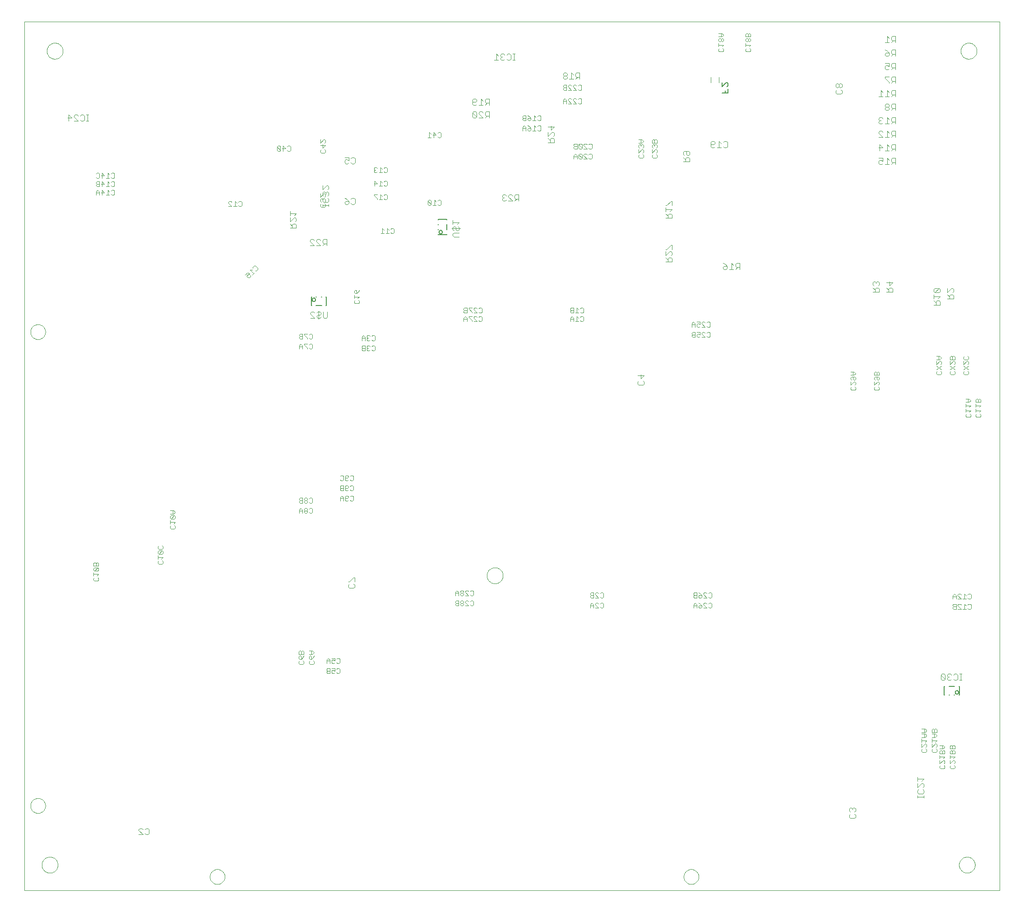
<source format=gbo>
G75*
%MOIN*%
%OFA0B0*%
%FSLAX24Y24*%
%IPPOS*%
%LPD*%
%AMOC8*
5,1,8,0,0,1.08239X$1,22.5*
%
%ADD10C,0.0000*%
%ADD11C,0.0020*%
%ADD12C,0.0050*%
%ADD13C,0.0030*%
%ADD14C,0.0040*%
%ADD15C,0.0060*%
D10*
X003500Y003500D02*
X003500Y067673D01*
X075547Y067673D01*
X075547Y003500D01*
X003500Y003500D01*
X004784Y005375D02*
X004786Y005423D01*
X004792Y005471D01*
X004802Y005518D01*
X004815Y005564D01*
X004833Y005609D01*
X004853Y005653D01*
X004878Y005695D01*
X004906Y005734D01*
X004936Y005771D01*
X004970Y005805D01*
X005007Y005837D01*
X005045Y005866D01*
X005086Y005891D01*
X005129Y005913D01*
X005174Y005931D01*
X005220Y005945D01*
X005267Y005956D01*
X005315Y005963D01*
X005363Y005966D01*
X005411Y005965D01*
X005459Y005960D01*
X005507Y005951D01*
X005553Y005939D01*
X005598Y005922D01*
X005642Y005902D01*
X005684Y005879D01*
X005724Y005852D01*
X005762Y005822D01*
X005797Y005789D01*
X005829Y005753D01*
X005859Y005715D01*
X005885Y005674D01*
X005907Y005631D01*
X005927Y005587D01*
X005942Y005542D01*
X005954Y005495D01*
X005962Y005447D01*
X005966Y005399D01*
X005966Y005351D01*
X005962Y005303D01*
X005954Y005255D01*
X005942Y005208D01*
X005927Y005163D01*
X005907Y005119D01*
X005885Y005076D01*
X005859Y005035D01*
X005829Y004997D01*
X005797Y004961D01*
X005762Y004928D01*
X005724Y004898D01*
X005684Y004871D01*
X005642Y004848D01*
X005598Y004828D01*
X005553Y004811D01*
X005507Y004799D01*
X005459Y004790D01*
X005411Y004785D01*
X005363Y004784D01*
X005315Y004787D01*
X005267Y004794D01*
X005220Y004805D01*
X005174Y004819D01*
X005129Y004837D01*
X005086Y004859D01*
X005045Y004884D01*
X005007Y004913D01*
X004970Y004945D01*
X004936Y004979D01*
X004906Y005016D01*
X004878Y005055D01*
X004853Y005097D01*
X004833Y005141D01*
X004815Y005186D01*
X004802Y005232D01*
X004792Y005279D01*
X004786Y005327D01*
X004784Y005375D01*
X003949Y009750D02*
X003951Y009797D01*
X003957Y009843D01*
X003967Y009889D01*
X003980Y009934D01*
X003998Y009977D01*
X004019Y010019D01*
X004043Y010059D01*
X004071Y010096D01*
X004102Y010131D01*
X004136Y010164D01*
X004172Y010193D01*
X004211Y010219D01*
X004252Y010242D01*
X004295Y010261D01*
X004339Y010277D01*
X004384Y010289D01*
X004430Y010297D01*
X004477Y010301D01*
X004523Y010301D01*
X004570Y010297D01*
X004616Y010289D01*
X004661Y010277D01*
X004705Y010261D01*
X004748Y010242D01*
X004789Y010219D01*
X004828Y010193D01*
X004864Y010164D01*
X004898Y010131D01*
X004929Y010096D01*
X004957Y010059D01*
X004981Y010019D01*
X005002Y009977D01*
X005020Y009934D01*
X005033Y009889D01*
X005043Y009843D01*
X005049Y009797D01*
X005051Y009750D01*
X005049Y009703D01*
X005043Y009657D01*
X005033Y009611D01*
X005020Y009566D01*
X005002Y009523D01*
X004981Y009481D01*
X004957Y009441D01*
X004929Y009404D01*
X004898Y009369D01*
X004864Y009336D01*
X004828Y009307D01*
X004789Y009281D01*
X004748Y009258D01*
X004705Y009239D01*
X004661Y009223D01*
X004616Y009211D01*
X004570Y009203D01*
X004523Y009199D01*
X004477Y009199D01*
X004430Y009203D01*
X004384Y009211D01*
X004339Y009223D01*
X004295Y009239D01*
X004252Y009258D01*
X004211Y009281D01*
X004172Y009307D01*
X004136Y009336D01*
X004102Y009369D01*
X004071Y009404D01*
X004043Y009441D01*
X004019Y009481D01*
X003998Y009523D01*
X003980Y009566D01*
X003967Y009611D01*
X003957Y009657D01*
X003951Y009703D01*
X003949Y009750D01*
X017199Y004500D02*
X017201Y004547D01*
X017207Y004593D01*
X017217Y004639D01*
X017230Y004684D01*
X017248Y004727D01*
X017269Y004769D01*
X017293Y004809D01*
X017321Y004846D01*
X017352Y004881D01*
X017386Y004914D01*
X017422Y004943D01*
X017461Y004969D01*
X017502Y004992D01*
X017545Y005011D01*
X017589Y005027D01*
X017634Y005039D01*
X017680Y005047D01*
X017727Y005051D01*
X017773Y005051D01*
X017820Y005047D01*
X017866Y005039D01*
X017911Y005027D01*
X017955Y005011D01*
X017998Y004992D01*
X018039Y004969D01*
X018078Y004943D01*
X018114Y004914D01*
X018148Y004881D01*
X018179Y004846D01*
X018207Y004809D01*
X018231Y004769D01*
X018252Y004727D01*
X018270Y004684D01*
X018283Y004639D01*
X018293Y004593D01*
X018299Y004547D01*
X018301Y004500D01*
X018299Y004453D01*
X018293Y004407D01*
X018283Y004361D01*
X018270Y004316D01*
X018252Y004273D01*
X018231Y004231D01*
X018207Y004191D01*
X018179Y004154D01*
X018148Y004119D01*
X018114Y004086D01*
X018078Y004057D01*
X018039Y004031D01*
X017998Y004008D01*
X017955Y003989D01*
X017911Y003973D01*
X017866Y003961D01*
X017820Y003953D01*
X017773Y003949D01*
X017727Y003949D01*
X017680Y003953D01*
X017634Y003961D01*
X017589Y003973D01*
X017545Y003989D01*
X017502Y004008D01*
X017461Y004031D01*
X017422Y004057D01*
X017386Y004086D01*
X017352Y004119D01*
X017321Y004154D01*
X017293Y004191D01*
X017269Y004231D01*
X017248Y004273D01*
X017230Y004316D01*
X017217Y004361D01*
X017207Y004407D01*
X017201Y004453D01*
X017199Y004500D01*
X037659Y026750D02*
X037661Y026798D01*
X037667Y026846D01*
X037677Y026893D01*
X037690Y026939D01*
X037708Y026984D01*
X037728Y027028D01*
X037753Y027070D01*
X037781Y027109D01*
X037811Y027146D01*
X037845Y027180D01*
X037882Y027212D01*
X037920Y027241D01*
X037961Y027266D01*
X038004Y027288D01*
X038049Y027306D01*
X038095Y027320D01*
X038142Y027331D01*
X038190Y027338D01*
X038238Y027341D01*
X038286Y027340D01*
X038334Y027335D01*
X038382Y027326D01*
X038428Y027314D01*
X038473Y027297D01*
X038517Y027277D01*
X038559Y027254D01*
X038599Y027227D01*
X038637Y027197D01*
X038672Y027164D01*
X038704Y027128D01*
X038734Y027090D01*
X038760Y027049D01*
X038782Y027006D01*
X038802Y026962D01*
X038817Y026917D01*
X038829Y026870D01*
X038837Y026822D01*
X038841Y026774D01*
X038841Y026726D01*
X038837Y026678D01*
X038829Y026630D01*
X038817Y026583D01*
X038802Y026538D01*
X038782Y026494D01*
X038760Y026451D01*
X038734Y026410D01*
X038704Y026372D01*
X038672Y026336D01*
X038637Y026303D01*
X038599Y026273D01*
X038559Y026246D01*
X038517Y026223D01*
X038473Y026203D01*
X038428Y026186D01*
X038382Y026174D01*
X038334Y026165D01*
X038286Y026160D01*
X038238Y026159D01*
X038190Y026162D01*
X038142Y026169D01*
X038095Y026180D01*
X038049Y026194D01*
X038004Y026212D01*
X037961Y026234D01*
X037920Y026259D01*
X037882Y026288D01*
X037845Y026320D01*
X037811Y026354D01*
X037781Y026391D01*
X037753Y026430D01*
X037728Y026472D01*
X037708Y026516D01*
X037690Y026561D01*
X037677Y026607D01*
X037667Y026654D01*
X037661Y026702D01*
X037659Y026750D01*
X052199Y004500D02*
X052201Y004547D01*
X052207Y004593D01*
X052217Y004639D01*
X052230Y004684D01*
X052248Y004727D01*
X052269Y004769D01*
X052293Y004809D01*
X052321Y004846D01*
X052352Y004881D01*
X052386Y004914D01*
X052422Y004943D01*
X052461Y004969D01*
X052502Y004992D01*
X052545Y005011D01*
X052589Y005027D01*
X052634Y005039D01*
X052680Y005047D01*
X052727Y005051D01*
X052773Y005051D01*
X052820Y005047D01*
X052866Y005039D01*
X052911Y005027D01*
X052955Y005011D01*
X052998Y004992D01*
X053039Y004969D01*
X053078Y004943D01*
X053114Y004914D01*
X053148Y004881D01*
X053179Y004846D01*
X053207Y004809D01*
X053231Y004769D01*
X053252Y004727D01*
X053270Y004684D01*
X053283Y004639D01*
X053293Y004593D01*
X053299Y004547D01*
X053301Y004500D01*
X053299Y004453D01*
X053293Y004407D01*
X053283Y004361D01*
X053270Y004316D01*
X053252Y004273D01*
X053231Y004231D01*
X053207Y004191D01*
X053179Y004154D01*
X053148Y004119D01*
X053114Y004086D01*
X053078Y004057D01*
X053039Y004031D01*
X052998Y004008D01*
X052955Y003989D01*
X052911Y003973D01*
X052866Y003961D01*
X052820Y003953D01*
X052773Y003949D01*
X052727Y003949D01*
X052680Y003953D01*
X052634Y003961D01*
X052589Y003973D01*
X052545Y003989D01*
X052502Y004008D01*
X052461Y004031D01*
X052422Y004057D01*
X052386Y004086D01*
X052352Y004119D01*
X052321Y004154D01*
X052293Y004191D01*
X052269Y004231D01*
X052248Y004273D01*
X052230Y004316D01*
X052217Y004361D01*
X052207Y004407D01*
X052201Y004453D01*
X052199Y004500D01*
X072534Y005375D02*
X072536Y005423D01*
X072542Y005471D01*
X072552Y005518D01*
X072565Y005564D01*
X072583Y005609D01*
X072603Y005653D01*
X072628Y005695D01*
X072656Y005734D01*
X072686Y005771D01*
X072720Y005805D01*
X072757Y005837D01*
X072795Y005866D01*
X072836Y005891D01*
X072879Y005913D01*
X072924Y005931D01*
X072970Y005945D01*
X073017Y005956D01*
X073065Y005963D01*
X073113Y005966D01*
X073161Y005965D01*
X073209Y005960D01*
X073257Y005951D01*
X073303Y005939D01*
X073348Y005922D01*
X073392Y005902D01*
X073434Y005879D01*
X073474Y005852D01*
X073512Y005822D01*
X073547Y005789D01*
X073579Y005753D01*
X073609Y005715D01*
X073635Y005674D01*
X073657Y005631D01*
X073677Y005587D01*
X073692Y005542D01*
X073704Y005495D01*
X073712Y005447D01*
X073716Y005399D01*
X073716Y005351D01*
X073712Y005303D01*
X073704Y005255D01*
X073692Y005208D01*
X073677Y005163D01*
X073657Y005119D01*
X073635Y005076D01*
X073609Y005035D01*
X073579Y004997D01*
X073547Y004961D01*
X073512Y004928D01*
X073474Y004898D01*
X073434Y004871D01*
X073392Y004848D01*
X073348Y004828D01*
X073303Y004811D01*
X073257Y004799D01*
X073209Y004790D01*
X073161Y004785D01*
X073113Y004784D01*
X073065Y004787D01*
X073017Y004794D01*
X072970Y004805D01*
X072924Y004819D01*
X072879Y004837D01*
X072836Y004859D01*
X072795Y004884D01*
X072757Y004913D01*
X072720Y004945D01*
X072686Y004979D01*
X072656Y005016D01*
X072628Y005055D01*
X072603Y005097D01*
X072583Y005141D01*
X072565Y005186D01*
X072552Y005232D01*
X072542Y005279D01*
X072536Y005327D01*
X072534Y005375D01*
X072659Y065500D02*
X072661Y065548D01*
X072667Y065596D01*
X072677Y065643D01*
X072690Y065689D01*
X072708Y065734D01*
X072728Y065778D01*
X072753Y065820D01*
X072781Y065859D01*
X072811Y065896D01*
X072845Y065930D01*
X072882Y065962D01*
X072920Y065991D01*
X072961Y066016D01*
X073004Y066038D01*
X073049Y066056D01*
X073095Y066070D01*
X073142Y066081D01*
X073190Y066088D01*
X073238Y066091D01*
X073286Y066090D01*
X073334Y066085D01*
X073382Y066076D01*
X073428Y066064D01*
X073473Y066047D01*
X073517Y066027D01*
X073559Y066004D01*
X073599Y065977D01*
X073637Y065947D01*
X073672Y065914D01*
X073704Y065878D01*
X073734Y065840D01*
X073760Y065799D01*
X073782Y065756D01*
X073802Y065712D01*
X073817Y065667D01*
X073829Y065620D01*
X073837Y065572D01*
X073841Y065524D01*
X073841Y065476D01*
X073837Y065428D01*
X073829Y065380D01*
X073817Y065333D01*
X073802Y065288D01*
X073782Y065244D01*
X073760Y065201D01*
X073734Y065160D01*
X073704Y065122D01*
X073672Y065086D01*
X073637Y065053D01*
X073599Y065023D01*
X073559Y064996D01*
X073517Y064973D01*
X073473Y064953D01*
X073428Y064936D01*
X073382Y064924D01*
X073334Y064915D01*
X073286Y064910D01*
X073238Y064909D01*
X073190Y064912D01*
X073142Y064919D01*
X073095Y064930D01*
X073049Y064944D01*
X073004Y064962D01*
X072961Y064984D01*
X072920Y065009D01*
X072882Y065038D01*
X072845Y065070D01*
X072811Y065104D01*
X072781Y065141D01*
X072753Y065180D01*
X072728Y065222D01*
X072708Y065266D01*
X072690Y065311D01*
X072677Y065357D01*
X072667Y065404D01*
X072661Y065452D01*
X072659Y065500D01*
X005159Y065500D02*
X005161Y065548D01*
X005167Y065596D01*
X005177Y065643D01*
X005190Y065689D01*
X005208Y065734D01*
X005228Y065778D01*
X005253Y065820D01*
X005281Y065859D01*
X005311Y065896D01*
X005345Y065930D01*
X005382Y065962D01*
X005420Y065991D01*
X005461Y066016D01*
X005504Y066038D01*
X005549Y066056D01*
X005595Y066070D01*
X005642Y066081D01*
X005690Y066088D01*
X005738Y066091D01*
X005786Y066090D01*
X005834Y066085D01*
X005882Y066076D01*
X005928Y066064D01*
X005973Y066047D01*
X006017Y066027D01*
X006059Y066004D01*
X006099Y065977D01*
X006137Y065947D01*
X006172Y065914D01*
X006204Y065878D01*
X006234Y065840D01*
X006260Y065799D01*
X006282Y065756D01*
X006302Y065712D01*
X006317Y065667D01*
X006329Y065620D01*
X006337Y065572D01*
X006341Y065524D01*
X006341Y065476D01*
X006337Y065428D01*
X006329Y065380D01*
X006317Y065333D01*
X006302Y065288D01*
X006282Y065244D01*
X006260Y065201D01*
X006234Y065160D01*
X006204Y065122D01*
X006172Y065086D01*
X006137Y065053D01*
X006099Y065023D01*
X006059Y064996D01*
X006017Y064973D01*
X005973Y064953D01*
X005928Y064936D01*
X005882Y064924D01*
X005834Y064915D01*
X005786Y064910D01*
X005738Y064909D01*
X005690Y064912D01*
X005642Y064919D01*
X005595Y064930D01*
X005549Y064944D01*
X005504Y064962D01*
X005461Y064984D01*
X005420Y065009D01*
X005382Y065038D01*
X005345Y065070D01*
X005311Y065104D01*
X005281Y065141D01*
X005253Y065180D01*
X005228Y065222D01*
X005208Y065266D01*
X005190Y065311D01*
X005177Y065357D01*
X005167Y065404D01*
X005161Y065452D01*
X005159Y065500D01*
X003949Y044750D02*
X003951Y044797D01*
X003957Y044843D01*
X003967Y044889D01*
X003980Y044934D01*
X003998Y044977D01*
X004019Y045019D01*
X004043Y045059D01*
X004071Y045096D01*
X004102Y045131D01*
X004136Y045164D01*
X004172Y045193D01*
X004211Y045219D01*
X004252Y045242D01*
X004295Y045261D01*
X004339Y045277D01*
X004384Y045289D01*
X004430Y045297D01*
X004477Y045301D01*
X004523Y045301D01*
X004570Y045297D01*
X004616Y045289D01*
X004661Y045277D01*
X004705Y045261D01*
X004748Y045242D01*
X004789Y045219D01*
X004828Y045193D01*
X004864Y045164D01*
X004898Y045131D01*
X004929Y045096D01*
X004957Y045059D01*
X004981Y045019D01*
X005002Y044977D01*
X005020Y044934D01*
X005033Y044889D01*
X005043Y044843D01*
X005049Y044797D01*
X005051Y044750D01*
X005049Y044703D01*
X005043Y044657D01*
X005033Y044611D01*
X005020Y044566D01*
X005002Y044523D01*
X004981Y044481D01*
X004957Y044441D01*
X004929Y044404D01*
X004898Y044369D01*
X004864Y044336D01*
X004828Y044307D01*
X004789Y044281D01*
X004748Y044258D01*
X004705Y044239D01*
X004661Y044223D01*
X004616Y044211D01*
X004570Y044203D01*
X004523Y044199D01*
X004477Y044199D01*
X004430Y044203D01*
X004384Y044211D01*
X004339Y044223D01*
X004295Y044239D01*
X004252Y044258D01*
X004211Y044281D01*
X004172Y044307D01*
X004136Y044336D01*
X004102Y044369D01*
X004071Y044404D01*
X004043Y044441D01*
X004019Y044481D01*
X003998Y044523D01*
X003980Y044566D01*
X003967Y044611D01*
X003957Y044657D01*
X003951Y044703D01*
X003949Y044750D01*
D11*
X054205Y063178D02*
X054205Y063572D01*
X054795Y063572D02*
X054795Y063178D01*
D12*
X055025Y063161D02*
X055025Y062860D01*
X055325Y063161D01*
X055400Y063161D01*
X055475Y063086D01*
X055475Y062935D01*
X055400Y062860D01*
X055475Y062700D02*
X055475Y062400D01*
X055025Y062400D01*
X055250Y062400D02*
X055250Y062550D01*
X034125Y052125D02*
X034127Y052147D01*
X034133Y052168D01*
X034142Y052187D01*
X034154Y052205D01*
X034170Y052221D01*
X034187Y052233D01*
X034207Y052242D01*
X034228Y052248D01*
X034250Y052250D01*
X034272Y052248D01*
X034293Y052242D01*
X034312Y052233D01*
X034330Y052221D01*
X034346Y052205D01*
X034358Y052187D01*
X034367Y052168D01*
X034373Y052147D01*
X034375Y052125D01*
X034373Y052103D01*
X034367Y052082D01*
X034358Y052063D01*
X034346Y052045D01*
X034330Y052029D01*
X034313Y052017D01*
X034293Y052008D01*
X034272Y052002D01*
X034250Y052000D01*
X034228Y052002D01*
X034207Y052008D01*
X034187Y052017D01*
X034170Y052029D01*
X034154Y052045D01*
X034142Y052062D01*
X034133Y052082D01*
X034127Y052103D01*
X034125Y052125D01*
X024750Y047125D02*
X024752Y047147D01*
X024758Y047168D01*
X024767Y047187D01*
X024779Y047205D01*
X024795Y047221D01*
X024812Y047233D01*
X024832Y047242D01*
X024853Y047248D01*
X024875Y047250D01*
X024897Y047248D01*
X024918Y047242D01*
X024937Y047233D01*
X024955Y047221D01*
X024971Y047205D01*
X024983Y047187D01*
X024992Y047168D01*
X024998Y047147D01*
X025000Y047125D01*
X024998Y047103D01*
X024992Y047082D01*
X024983Y047063D01*
X024971Y047045D01*
X024955Y047029D01*
X024938Y047017D01*
X024918Y047008D01*
X024897Y047002D01*
X024875Y047000D01*
X024853Y047002D01*
X024832Y047008D01*
X024812Y047017D01*
X024795Y047029D01*
X024779Y047045D01*
X024767Y047062D01*
X024758Y047082D01*
X024752Y047103D01*
X024750Y047125D01*
X072250Y018125D02*
X072252Y018147D01*
X072258Y018168D01*
X072267Y018187D01*
X072279Y018205D01*
X072295Y018221D01*
X072312Y018233D01*
X072332Y018242D01*
X072353Y018248D01*
X072375Y018250D01*
X072397Y018248D01*
X072418Y018242D01*
X072437Y018233D01*
X072455Y018221D01*
X072471Y018205D01*
X072483Y018187D01*
X072492Y018168D01*
X072498Y018147D01*
X072500Y018125D01*
X072498Y018103D01*
X072492Y018082D01*
X072483Y018063D01*
X072471Y018045D01*
X072455Y018029D01*
X072438Y018017D01*
X072418Y018008D01*
X072397Y018002D01*
X072375Y018000D01*
X072353Y018002D01*
X072332Y018008D01*
X072312Y018017D01*
X072295Y018029D01*
X072279Y018045D01*
X072267Y018062D01*
X072258Y018082D01*
X072252Y018103D01*
X072250Y018125D01*
D13*
X070830Y015420D02*
X070768Y015420D01*
X070706Y015358D01*
X070706Y015173D01*
X070706Y015052D02*
X070706Y014805D01*
X070768Y014805D02*
X070891Y014928D01*
X070768Y015052D01*
X070521Y015052D01*
X070521Y015173D02*
X070521Y015358D01*
X070583Y015420D01*
X070644Y015420D01*
X070706Y015358D01*
X070830Y015420D02*
X070891Y015358D01*
X070891Y015173D01*
X070521Y015173D01*
X070521Y014805D02*
X070768Y014805D01*
X070891Y014560D02*
X070521Y014560D01*
X070521Y014437D02*
X070521Y014684D01*
X070768Y014437D02*
X070891Y014560D01*
X070830Y014315D02*
X070891Y014254D01*
X070891Y014130D01*
X070830Y014068D01*
X070830Y013947D02*
X070891Y013885D01*
X070891Y013762D01*
X070830Y013700D01*
X070583Y013700D01*
X070521Y013762D01*
X070521Y013885D01*
X070583Y013947D01*
X070521Y014068D02*
X070768Y014315D01*
X070830Y014315D01*
X071109Y014209D02*
X071356Y014209D01*
X071479Y014085D01*
X071356Y013962D01*
X071109Y013962D01*
X071171Y013840D02*
X071109Y013778D01*
X071109Y013593D01*
X071479Y013593D01*
X071479Y013778D01*
X071418Y013840D01*
X071356Y013840D01*
X071294Y013778D01*
X071294Y013593D01*
X071294Y013778D02*
X071233Y013840D01*
X071171Y013840D01*
X071294Y013962D02*
X071294Y014209D01*
X071859Y014147D02*
X071859Y013962D01*
X072229Y013962D01*
X072229Y014147D01*
X072168Y014209D01*
X072106Y014209D01*
X072044Y014147D01*
X072044Y013962D01*
X071983Y013840D02*
X071921Y013840D01*
X071859Y013778D01*
X071859Y013593D01*
X072229Y013593D01*
X072229Y013778D01*
X072168Y013840D01*
X072106Y013840D01*
X072044Y013778D01*
X072044Y013593D01*
X072044Y013778D02*
X071983Y013840D01*
X072044Y014147D02*
X071983Y014209D01*
X071921Y014209D01*
X071859Y014147D01*
X071859Y013472D02*
X071859Y013225D01*
X071859Y013104D02*
X071859Y012857D01*
X072106Y013104D01*
X072168Y013104D01*
X072229Y013042D01*
X072229Y012918D01*
X072168Y012857D01*
X072168Y012735D02*
X072229Y012674D01*
X072229Y012550D01*
X072168Y012488D01*
X071921Y012488D01*
X071859Y012550D01*
X071859Y012674D01*
X071921Y012735D01*
X071479Y012674D02*
X071479Y012550D01*
X071418Y012488D01*
X071171Y012488D01*
X071109Y012550D01*
X071109Y012674D01*
X071171Y012735D01*
X071109Y012857D02*
X071356Y013104D01*
X071418Y013104D01*
X071479Y013042D01*
X071479Y012918D01*
X071418Y012857D01*
X071418Y012735D02*
X071479Y012674D01*
X071109Y012857D02*
X071109Y013104D01*
X071109Y013225D02*
X071109Y013472D01*
X071109Y013348D02*
X071479Y013348D01*
X071356Y013225D01*
X071859Y013348D02*
X072229Y013348D01*
X072106Y013225D01*
X070521Y014068D02*
X070521Y014315D01*
X070141Y014254D02*
X070141Y014130D01*
X070080Y014068D01*
X070080Y013947D02*
X070141Y013885D01*
X070141Y013762D01*
X070080Y013700D01*
X069833Y013700D01*
X069771Y013762D01*
X069771Y013885D01*
X069833Y013947D01*
X069771Y014068D02*
X070018Y014315D01*
X070080Y014315D01*
X070141Y014254D01*
X070018Y014437D02*
X070141Y014560D01*
X069771Y014560D01*
X069771Y014437D02*
X069771Y014684D01*
X069771Y014805D02*
X070018Y014805D01*
X070141Y014928D01*
X070018Y015052D01*
X069771Y015052D01*
X069771Y015173D02*
X070018Y015173D01*
X070141Y015297D01*
X070018Y015420D01*
X069771Y015420D01*
X069956Y015420D02*
X069956Y015173D01*
X069956Y015052D02*
X069956Y014805D01*
X069771Y014315D02*
X069771Y014068D01*
X072135Y024271D02*
X072320Y024271D01*
X072320Y024641D01*
X072135Y024641D01*
X072073Y024580D01*
X072073Y024518D01*
X072135Y024456D01*
X072320Y024456D01*
X072441Y024518D02*
X072441Y024580D01*
X072503Y024641D01*
X072627Y024641D01*
X072688Y024580D01*
X072933Y024641D02*
X072933Y024271D01*
X072810Y024271D02*
X073057Y024271D01*
X073178Y024333D02*
X073240Y024271D01*
X073363Y024271D01*
X073425Y024333D01*
X073425Y024580D01*
X073363Y024641D01*
X073240Y024641D01*
X073178Y024580D01*
X073057Y024518D02*
X072933Y024641D01*
X072933Y025021D02*
X072933Y025391D01*
X073057Y025268D01*
X073178Y025330D02*
X073240Y025391D01*
X073363Y025391D01*
X073425Y025330D01*
X073425Y025083D01*
X073363Y025021D01*
X073240Y025021D01*
X073178Y025083D01*
X073057Y025021D02*
X072810Y025021D01*
X072688Y025021D02*
X072441Y025268D01*
X072441Y025330D01*
X072503Y025391D01*
X072627Y025391D01*
X072688Y025330D01*
X072688Y025021D02*
X072441Y025021D01*
X072320Y025021D02*
X072320Y025268D01*
X072197Y025391D01*
X072073Y025268D01*
X072073Y025021D01*
X072073Y025206D02*
X072320Y025206D01*
X072441Y024518D02*
X072688Y024271D01*
X072441Y024271D01*
X072135Y024271D02*
X072073Y024333D01*
X072073Y024394D01*
X072135Y024456D01*
X073083Y038450D02*
X073021Y038512D01*
X073021Y038635D01*
X073083Y038697D01*
X073021Y038818D02*
X073021Y039065D01*
X073021Y039187D02*
X073021Y039434D01*
X073021Y039555D02*
X073268Y039555D01*
X073391Y039678D01*
X073268Y039802D01*
X073021Y039802D01*
X073206Y039802D02*
X073206Y039555D01*
X073391Y039310D02*
X073021Y039310D01*
X073268Y039187D02*
X073391Y039310D01*
X073391Y038942D02*
X073021Y038942D01*
X073268Y038818D02*
X073391Y038942D01*
X073330Y038697D02*
X073391Y038635D01*
X073391Y038512D01*
X073330Y038450D01*
X073083Y038450D01*
X073771Y038512D02*
X073771Y038635D01*
X073833Y038697D01*
X073771Y038818D02*
X073771Y039065D01*
X073771Y039187D02*
X073771Y039434D01*
X073771Y039555D02*
X073771Y039740D01*
X073833Y039802D01*
X073894Y039802D01*
X073956Y039740D01*
X073956Y039555D01*
X073771Y039555D02*
X074141Y039555D01*
X074141Y039740D01*
X074080Y039802D01*
X074018Y039802D01*
X073956Y039740D01*
X074141Y039310D02*
X073771Y039310D01*
X074018Y039187D02*
X074141Y039310D01*
X074141Y038942D02*
X073771Y038942D01*
X074018Y038818D02*
X074141Y038942D01*
X074080Y038697D02*
X074141Y038635D01*
X074141Y038512D01*
X074080Y038450D01*
X073833Y038450D01*
X073771Y038512D01*
X073168Y041607D02*
X072921Y041607D01*
X072859Y041668D01*
X072859Y041792D01*
X072921Y041854D01*
X072859Y041975D02*
X073229Y042222D01*
X073168Y042343D02*
X073229Y042405D01*
X073229Y042528D01*
X073168Y042590D01*
X073106Y042590D01*
X072859Y042343D01*
X072859Y042590D01*
X072921Y042712D02*
X072859Y042773D01*
X072859Y042897D01*
X072921Y042959D01*
X073168Y042959D02*
X073229Y042897D01*
X073229Y042773D01*
X073168Y042712D01*
X072921Y042712D01*
X072859Y042222D02*
X073229Y041975D01*
X073168Y041854D02*
X073229Y041792D01*
X073229Y041668D01*
X073168Y041607D01*
X072229Y041668D02*
X072229Y041792D01*
X072168Y041854D01*
X072229Y041975D02*
X071859Y042222D01*
X071859Y042343D02*
X072106Y042590D01*
X072168Y042590D01*
X072229Y042528D01*
X072229Y042405D01*
X072168Y042343D01*
X072229Y042222D02*
X071859Y041975D01*
X071921Y041854D02*
X071859Y041792D01*
X071859Y041668D01*
X071921Y041607D01*
X072168Y041607D01*
X072229Y041668D01*
X071859Y042343D02*
X071859Y042590D01*
X071859Y042712D02*
X071859Y042897D01*
X071921Y042959D01*
X071983Y042959D01*
X072044Y042897D01*
X072044Y042712D01*
X072044Y042897D02*
X072106Y042959D01*
X072168Y042959D01*
X072229Y042897D01*
X072229Y042712D01*
X071859Y042712D01*
X071229Y042835D02*
X071106Y042959D01*
X070859Y042959D01*
X071044Y042959D02*
X071044Y042712D01*
X071106Y042712D02*
X071229Y042835D01*
X071106Y042712D02*
X070859Y042712D01*
X070859Y042590D02*
X070859Y042343D01*
X071106Y042590D01*
X071168Y042590D01*
X071229Y042528D01*
X071229Y042405D01*
X071168Y042343D01*
X071229Y042222D02*
X070859Y041975D01*
X070921Y041854D02*
X070859Y041792D01*
X070859Y041668D01*
X070921Y041607D01*
X071168Y041607D01*
X071229Y041668D01*
X071229Y041792D01*
X071168Y041854D01*
X071229Y041975D02*
X070859Y042222D01*
X066641Y041740D02*
X066641Y041555D01*
X066271Y041555D01*
X066271Y041740D01*
X066333Y041802D01*
X066394Y041802D01*
X066456Y041740D01*
X066456Y041555D01*
X066456Y041434D02*
X066456Y041248D01*
X066518Y041187D01*
X066580Y041187D01*
X066641Y041248D01*
X066641Y041372D01*
X066580Y041434D01*
X066333Y041434D01*
X066271Y041372D01*
X066271Y041248D01*
X066333Y041187D01*
X066271Y041065D02*
X066271Y040818D01*
X066518Y041065D01*
X066580Y041065D01*
X066641Y041004D01*
X066641Y040880D01*
X066580Y040818D01*
X066580Y040697D02*
X066641Y040635D01*
X066641Y040512D01*
X066580Y040450D01*
X066333Y040450D01*
X066271Y040512D01*
X066271Y040635D01*
X066333Y040697D01*
X066456Y041740D02*
X066518Y041802D01*
X066580Y041802D01*
X066641Y041740D01*
X064891Y041678D02*
X064768Y041802D01*
X064521Y041802D01*
X064706Y041802D02*
X064706Y041555D01*
X064768Y041555D02*
X064891Y041678D01*
X064768Y041555D02*
X064521Y041555D01*
X064583Y041434D02*
X064830Y041434D01*
X064891Y041372D01*
X064891Y041248D01*
X064830Y041187D01*
X064768Y041187D01*
X064706Y041248D01*
X064706Y041434D01*
X064583Y041434D02*
X064521Y041372D01*
X064521Y041248D01*
X064583Y041187D01*
X064521Y041065D02*
X064521Y040818D01*
X064768Y041065D01*
X064830Y041065D01*
X064891Y041004D01*
X064891Y040880D01*
X064830Y040818D01*
X064830Y040697D02*
X064891Y040635D01*
X064891Y040512D01*
X064830Y040450D01*
X064583Y040450D01*
X064521Y040512D01*
X064521Y040635D01*
X064583Y040697D01*
X054143Y044421D02*
X054082Y044359D01*
X053958Y044359D01*
X053896Y044421D01*
X053775Y044359D02*
X053528Y044606D01*
X053528Y044668D01*
X053590Y044729D01*
X053713Y044729D01*
X053775Y044668D01*
X053896Y044668D02*
X053958Y044729D01*
X054082Y044729D01*
X054143Y044668D01*
X054143Y044421D01*
X053775Y044359D02*
X053528Y044359D01*
X053407Y044421D02*
X053345Y044359D01*
X053222Y044359D01*
X053160Y044421D01*
X053160Y044544D01*
X053222Y044606D01*
X053283Y044606D01*
X053407Y044544D01*
X053407Y044729D01*
X053160Y044729D01*
X053038Y044729D02*
X052853Y044729D01*
X052791Y044668D01*
X052791Y044606D01*
X052853Y044544D01*
X053038Y044544D01*
X052853Y044544D02*
X052791Y044483D01*
X052791Y044421D01*
X052853Y044359D01*
X053038Y044359D01*
X053038Y044729D01*
X053038Y045109D02*
X053038Y045356D01*
X052915Y045479D01*
X052791Y045356D01*
X052791Y045109D01*
X052791Y045294D02*
X053038Y045294D01*
X053160Y045294D02*
X053160Y045171D01*
X053222Y045109D01*
X053345Y045109D01*
X053407Y045171D01*
X053407Y045294D02*
X053283Y045356D01*
X053222Y045356D01*
X053160Y045294D01*
X053160Y045479D02*
X053407Y045479D01*
X053407Y045294D01*
X053528Y045356D02*
X053528Y045418D01*
X053590Y045479D01*
X053713Y045479D01*
X053775Y045418D01*
X053896Y045418D02*
X053958Y045479D01*
X054082Y045479D01*
X054143Y045418D01*
X054143Y045171D01*
X054082Y045109D01*
X053958Y045109D01*
X053896Y045171D01*
X053775Y045109D02*
X053528Y045109D01*
X053775Y045109D02*
X053528Y045356D01*
X044800Y045583D02*
X044738Y045521D01*
X044615Y045521D01*
X044553Y045583D01*
X044432Y045521D02*
X044185Y045521D01*
X044063Y045521D02*
X044063Y045768D01*
X043940Y045891D01*
X043816Y045768D01*
X043816Y045521D01*
X043816Y045706D02*
X044063Y045706D01*
X044308Y045891D02*
X044308Y045521D01*
X044432Y045768D02*
X044308Y045891D01*
X044553Y045830D02*
X044615Y045891D01*
X044738Y045891D01*
X044800Y045830D01*
X044800Y045583D01*
X044738Y046146D02*
X044615Y046146D01*
X044553Y046208D01*
X044432Y046146D02*
X044185Y046146D01*
X044063Y046146D02*
X043878Y046146D01*
X043816Y046208D01*
X043816Y046269D01*
X043878Y046331D01*
X044063Y046331D01*
X043878Y046331D02*
X043816Y046393D01*
X043816Y046455D01*
X043878Y046516D01*
X044063Y046516D01*
X044063Y046146D01*
X044308Y046146D02*
X044308Y046516D01*
X044432Y046393D01*
X044553Y046455D02*
X044615Y046516D01*
X044738Y046516D01*
X044800Y046455D01*
X044800Y046208D01*
X044738Y046146D01*
X037300Y046208D02*
X037238Y046146D01*
X037115Y046146D01*
X037053Y046208D01*
X036932Y046146D02*
X036685Y046393D01*
X036685Y046455D01*
X036746Y046516D01*
X036870Y046516D01*
X036932Y046455D01*
X037053Y046455D02*
X037115Y046516D01*
X037238Y046516D01*
X037300Y046455D01*
X037300Y046208D01*
X037238Y045891D02*
X037300Y045830D01*
X037300Y045583D01*
X037238Y045521D01*
X037115Y045521D01*
X037053Y045583D01*
X036932Y045521D02*
X036685Y045768D01*
X036685Y045830D01*
X036746Y045891D01*
X036870Y045891D01*
X036932Y045830D01*
X037053Y045830D02*
X037115Y045891D01*
X037238Y045891D01*
X036932Y046146D02*
X036685Y046146D01*
X036563Y046146D02*
X036563Y046208D01*
X036316Y046455D01*
X036316Y046516D01*
X036563Y046516D01*
X036195Y046516D02*
X036195Y046146D01*
X036010Y046146D01*
X035948Y046208D01*
X035948Y046269D01*
X036010Y046331D01*
X036195Y046331D01*
X036010Y046331D02*
X035948Y046393D01*
X035948Y046455D01*
X036010Y046516D01*
X036195Y046516D01*
X036316Y045891D02*
X036316Y045830D01*
X036563Y045583D01*
X036563Y045521D01*
X036685Y045521D02*
X036932Y045521D01*
X036563Y045891D02*
X036316Y045891D01*
X036195Y045768D02*
X036072Y045891D01*
X035948Y045768D01*
X035948Y045521D01*
X035948Y045706D02*
X036195Y045706D01*
X036195Y045768D02*
X036195Y045521D01*
X029400Y044418D02*
X029400Y044171D01*
X029338Y044109D01*
X029215Y044109D01*
X029153Y044171D01*
X029032Y044171D02*
X028970Y044109D01*
X028847Y044109D01*
X028785Y044171D01*
X028785Y044233D01*
X028847Y044294D01*
X028908Y044294D01*
X028847Y044294D02*
X028785Y044356D01*
X028785Y044418D01*
X028847Y044479D01*
X028970Y044479D01*
X029032Y044418D01*
X029153Y044418D02*
X029215Y044479D01*
X029338Y044479D01*
X029400Y044418D01*
X029338Y043729D02*
X029400Y043668D01*
X029400Y043421D01*
X029338Y043359D01*
X029215Y043359D01*
X029153Y043421D01*
X029032Y043421D02*
X028970Y043359D01*
X028847Y043359D01*
X028785Y043421D01*
X028785Y043483D01*
X028847Y043544D01*
X028908Y043544D01*
X028847Y043544D02*
X028785Y043606D01*
X028785Y043668D01*
X028847Y043729D01*
X028970Y043729D01*
X029032Y043668D01*
X029153Y043668D02*
X029215Y043729D01*
X029338Y043729D01*
X028663Y043729D02*
X028478Y043729D01*
X028416Y043668D01*
X028416Y043606D01*
X028478Y043544D01*
X028663Y043544D01*
X028478Y043544D02*
X028416Y043483D01*
X028416Y043421D01*
X028478Y043359D01*
X028663Y043359D01*
X028663Y043729D01*
X028663Y044109D02*
X028663Y044356D01*
X028540Y044479D01*
X028416Y044356D01*
X028416Y044109D01*
X028416Y044294D02*
X028663Y044294D01*
X028168Y046850D02*
X027921Y046850D01*
X027859Y046912D01*
X027859Y047035D01*
X027921Y047097D01*
X027859Y047218D02*
X027859Y047465D01*
X027859Y047342D02*
X028229Y047342D01*
X028106Y047218D01*
X028168Y047097D02*
X028229Y047035D01*
X028229Y046912D01*
X028168Y046850D01*
X028044Y047587D02*
X027921Y047587D01*
X027859Y047648D01*
X027859Y047772D01*
X027921Y047834D01*
X027983Y047834D01*
X028044Y047772D01*
X028044Y047587D01*
X028168Y047710D01*
X028229Y047834D01*
X024775Y044543D02*
X024775Y044296D01*
X024713Y044234D01*
X024590Y044234D01*
X024528Y044296D01*
X024407Y044296D02*
X024407Y044234D01*
X024407Y044296D02*
X024160Y044543D01*
X024160Y044604D01*
X024407Y044604D01*
X024528Y044543D02*
X024590Y044604D01*
X024713Y044604D01*
X024775Y044543D01*
X024713Y043854D02*
X024775Y043793D01*
X024775Y043546D01*
X024713Y043484D01*
X024590Y043484D01*
X024528Y043546D01*
X024407Y043546D02*
X024407Y043484D01*
X024407Y043546D02*
X024160Y043793D01*
X024160Y043854D01*
X024407Y043854D01*
X024528Y043793D02*
X024590Y043854D01*
X024713Y043854D01*
X024038Y043731D02*
X023915Y043854D01*
X023791Y043731D01*
X023791Y043484D01*
X023791Y043669D02*
X024038Y043669D01*
X024038Y043731D02*
X024038Y043484D01*
X024038Y044234D02*
X023853Y044234D01*
X023791Y044296D01*
X023791Y044358D01*
X023853Y044419D01*
X024038Y044419D01*
X023853Y044419D02*
X023791Y044481D01*
X023791Y044543D01*
X023853Y044604D01*
X024038Y044604D01*
X024038Y044234D01*
X020119Y048752D02*
X020206Y048839D01*
X020206Y048926D01*
X020119Y049014D02*
X019988Y048970D01*
X019944Y048926D01*
X019944Y048839D01*
X020031Y048752D01*
X020119Y048752D01*
X020119Y049014D02*
X019988Y049145D01*
X019813Y048970D01*
X020161Y049318D02*
X020423Y049056D01*
X020510Y049143D02*
X020336Y048969D01*
X020336Y049318D02*
X020161Y049318D01*
X020378Y049447D02*
X020378Y049535D01*
X020465Y049622D01*
X020552Y049622D01*
X020727Y049447D01*
X020727Y049360D01*
X020640Y049273D01*
X020552Y049273D01*
X025359Y054037D02*
X025421Y053975D01*
X025668Y053975D01*
X025729Y054037D01*
X025729Y054160D01*
X025668Y054222D01*
X025668Y054343D02*
X025729Y054405D01*
X025729Y054528D01*
X025668Y054590D01*
X025606Y054590D01*
X025544Y054528D01*
X025483Y054590D01*
X025421Y054590D01*
X025359Y054528D01*
X025359Y054405D01*
X025421Y054343D01*
X025421Y054222D02*
X025359Y054160D01*
X025359Y054037D01*
X025544Y054467D02*
X025544Y054528D01*
X025668Y054712D02*
X025729Y054773D01*
X025729Y054897D01*
X025668Y054959D01*
X025606Y054959D01*
X025359Y054712D01*
X025359Y054959D01*
X025421Y057975D02*
X025359Y058037D01*
X025359Y058160D01*
X025421Y058222D01*
X025544Y058343D02*
X025544Y058590D01*
X025668Y058712D02*
X025729Y058773D01*
X025729Y058897D01*
X025668Y058959D01*
X025606Y058959D01*
X025359Y058712D01*
X025359Y058959D01*
X025359Y058528D02*
X025729Y058528D01*
X025544Y058343D01*
X025668Y058222D02*
X025729Y058160D01*
X025729Y058037D01*
X025668Y057975D01*
X025421Y057975D01*
X023150Y058171D02*
X023088Y058109D01*
X022965Y058109D01*
X022903Y058171D01*
X022782Y058294D02*
X022535Y058294D01*
X022413Y058171D02*
X022166Y058418D01*
X022166Y058171D01*
X022228Y058109D01*
X022352Y058109D01*
X022413Y058171D01*
X022413Y058418D01*
X022352Y058479D01*
X022228Y058479D01*
X022166Y058418D01*
X022597Y058479D02*
X022782Y058294D01*
X022903Y058418D02*
X022965Y058479D01*
X023088Y058479D01*
X023150Y058418D01*
X023150Y058171D01*
X022597Y058109D02*
X022597Y058479D01*
X019488Y054391D02*
X019550Y054330D01*
X019550Y054083D01*
X019488Y054021D01*
X019365Y054021D01*
X019303Y054083D01*
X019182Y054021D02*
X018935Y054021D01*
X018813Y054021D02*
X018566Y054268D01*
X018566Y054330D01*
X018628Y054391D01*
X018752Y054391D01*
X018813Y054330D01*
X019058Y054391D02*
X019058Y054021D01*
X018813Y054021D02*
X018566Y054021D01*
X019058Y054391D02*
X019182Y054268D01*
X019303Y054330D02*
X019365Y054391D01*
X019488Y054391D01*
X010143Y054921D02*
X010082Y054859D01*
X009958Y054859D01*
X009896Y054921D01*
X009775Y054859D02*
X009528Y054859D01*
X009652Y054859D02*
X009652Y055229D01*
X009775Y055106D01*
X009896Y055168D02*
X009958Y055229D01*
X010082Y055229D01*
X010143Y055168D01*
X010143Y054921D01*
X010082Y055484D02*
X009958Y055484D01*
X009896Y055546D01*
X009775Y055484D02*
X009528Y055484D01*
X009652Y055484D02*
X009652Y055854D01*
X009775Y055731D01*
X009896Y055793D02*
X009958Y055854D01*
X010082Y055854D01*
X010143Y055793D01*
X010143Y055546D01*
X010082Y055484D01*
X010082Y056109D02*
X009958Y056109D01*
X009896Y056171D01*
X009775Y056109D02*
X009528Y056109D01*
X009652Y056109D02*
X009652Y056479D01*
X009775Y056356D01*
X009896Y056418D02*
X009958Y056479D01*
X010082Y056479D01*
X010143Y056418D01*
X010143Y056171D01*
X010082Y056109D01*
X009407Y056294D02*
X009160Y056294D01*
X009038Y056171D02*
X008977Y056109D01*
X008853Y056109D01*
X008791Y056171D01*
X008791Y056418D02*
X008853Y056479D01*
X008977Y056479D01*
X009038Y056418D01*
X009038Y056171D01*
X009222Y056109D02*
X009222Y056479D01*
X009407Y056294D01*
X009222Y055854D02*
X009407Y055669D01*
X009160Y055669D01*
X009038Y055669D02*
X008853Y055669D01*
X008791Y055608D01*
X008791Y055546D01*
X008853Y055484D01*
X009038Y055484D01*
X009038Y055854D01*
X008853Y055854D01*
X008791Y055793D01*
X008791Y055731D01*
X008853Y055669D01*
X009222Y055484D02*
X009222Y055854D01*
X009222Y055229D02*
X009407Y055044D01*
X009160Y055044D01*
X009038Y055044D02*
X008791Y055044D01*
X008791Y055106D02*
X008791Y054859D01*
X008791Y055106D02*
X008915Y055229D01*
X009038Y055106D01*
X009038Y054859D01*
X009222Y054859D02*
X009222Y055229D01*
X029316Y054891D02*
X029316Y054830D01*
X029563Y054583D01*
X029563Y054521D01*
X029685Y054521D02*
X029932Y054521D01*
X029808Y054521D02*
X029808Y054891D01*
X029932Y054768D01*
X030053Y054830D02*
X030115Y054891D01*
X030238Y054891D01*
X030300Y054830D01*
X030300Y054583D01*
X030238Y054521D01*
X030115Y054521D01*
X030053Y054583D01*
X029563Y054891D02*
X029316Y054891D01*
X029378Y055521D02*
X029378Y055891D01*
X029563Y055706D01*
X029316Y055706D01*
X029685Y055521D02*
X029932Y055521D01*
X029808Y055521D02*
X029808Y055891D01*
X029932Y055768D01*
X030053Y055830D02*
X030115Y055891D01*
X030238Y055891D01*
X030300Y055830D01*
X030300Y055583D01*
X030238Y055521D01*
X030115Y055521D01*
X030053Y055583D01*
X030115Y056521D02*
X030053Y056583D01*
X030115Y056521D02*
X030238Y056521D01*
X030300Y056583D01*
X030300Y056830D01*
X030238Y056891D01*
X030115Y056891D01*
X030053Y056830D01*
X029932Y056768D02*
X029808Y056891D01*
X029808Y056521D01*
X029685Y056521D02*
X029932Y056521D01*
X029563Y056583D02*
X029502Y056521D01*
X029378Y056521D01*
X029316Y056583D01*
X029316Y056644D01*
X029378Y056706D01*
X029440Y056706D01*
X029378Y056706D02*
X029316Y056768D01*
X029316Y056830D01*
X029378Y056891D01*
X029502Y056891D01*
X029563Y056830D01*
X033291Y059109D02*
X033538Y059109D01*
X033415Y059109D02*
X033415Y059479D01*
X033538Y059356D01*
X033660Y059294D02*
X033907Y059294D01*
X033722Y059479D01*
X033722Y059109D01*
X034028Y059171D02*
X034090Y059109D01*
X034213Y059109D01*
X034275Y059171D01*
X034275Y059418D01*
X034213Y059479D01*
X034090Y059479D01*
X034028Y059418D01*
X034090Y054479D02*
X034028Y054418D01*
X034090Y054479D02*
X034213Y054479D01*
X034275Y054418D01*
X034275Y054171D01*
X034213Y054109D01*
X034090Y054109D01*
X034028Y054171D01*
X033907Y054109D02*
X033660Y054109D01*
X033783Y054109D02*
X033783Y054479D01*
X033907Y054356D01*
X033538Y054418D02*
X033477Y054479D01*
X033353Y054479D01*
X033291Y054418D01*
X033538Y054171D01*
X033477Y054109D01*
X033353Y054109D01*
X033291Y054171D01*
X033291Y054418D01*
X033538Y054418D02*
X033538Y054171D01*
X030800Y052330D02*
X030800Y052083D01*
X030738Y052021D01*
X030615Y052021D01*
X030553Y052083D01*
X030432Y052021D02*
X030185Y052021D01*
X030063Y052021D02*
X029816Y052021D01*
X029940Y052021D02*
X029940Y052391D01*
X030063Y052268D01*
X030308Y052391D02*
X030308Y052021D01*
X030432Y052268D02*
X030308Y052391D01*
X030553Y052330D02*
X030615Y052391D01*
X030738Y052391D01*
X030800Y052330D01*
X040291Y059609D02*
X040291Y059856D01*
X040415Y059979D01*
X040538Y059856D01*
X040538Y059609D01*
X040660Y059671D02*
X040660Y059733D01*
X040722Y059794D01*
X040907Y059794D01*
X040907Y059671D01*
X040845Y059609D01*
X040722Y059609D01*
X040660Y059671D01*
X040538Y059794D02*
X040291Y059794D01*
X040660Y059979D02*
X040783Y059918D01*
X040907Y059794D01*
X041028Y059609D02*
X041275Y059609D01*
X041152Y059609D02*
X041152Y059979D01*
X041275Y059856D01*
X041396Y059918D02*
X041458Y059979D01*
X041582Y059979D01*
X041643Y059918D01*
X041643Y059671D01*
X041582Y059609D01*
X041458Y059609D01*
X041396Y059671D01*
X041458Y060359D02*
X041396Y060421D01*
X041458Y060359D02*
X041582Y060359D01*
X041643Y060421D01*
X041643Y060668D01*
X041582Y060729D01*
X041458Y060729D01*
X041396Y060668D01*
X041275Y060606D02*
X041152Y060729D01*
X041152Y060359D01*
X041275Y060359D02*
X041028Y060359D01*
X040907Y060421D02*
X040845Y060359D01*
X040722Y060359D01*
X040660Y060421D01*
X040660Y060483D01*
X040722Y060544D01*
X040907Y060544D01*
X040907Y060421D01*
X040907Y060544D02*
X040783Y060668D01*
X040660Y060729D01*
X040538Y060729D02*
X040353Y060729D01*
X040291Y060668D01*
X040291Y060606D01*
X040353Y060544D01*
X040538Y060544D01*
X040353Y060544D02*
X040291Y060483D01*
X040291Y060421D01*
X040353Y060359D01*
X040538Y060359D01*
X040538Y060729D01*
X043291Y061609D02*
X043291Y061856D01*
X043415Y061979D01*
X043538Y061856D01*
X043538Y061609D01*
X043660Y061609D02*
X043907Y061609D01*
X043660Y061856D01*
X043660Y061918D01*
X043722Y061979D01*
X043845Y061979D01*
X043907Y061918D01*
X044028Y061918D02*
X044090Y061979D01*
X044213Y061979D01*
X044275Y061918D01*
X044396Y061918D02*
X044458Y061979D01*
X044582Y061979D01*
X044643Y061918D01*
X044643Y061671D01*
X044582Y061609D01*
X044458Y061609D01*
X044396Y061671D01*
X044275Y061609D02*
X044028Y061856D01*
X044028Y061918D01*
X044028Y061609D02*
X044275Y061609D01*
X043538Y061794D02*
X043291Y061794D01*
X043353Y062609D02*
X043538Y062609D01*
X043538Y062979D01*
X043353Y062979D01*
X043291Y062918D01*
X043291Y062856D01*
X043353Y062794D01*
X043538Y062794D01*
X043660Y062856D02*
X043660Y062918D01*
X043722Y062979D01*
X043845Y062979D01*
X043907Y062918D01*
X044028Y062918D02*
X044090Y062979D01*
X044213Y062979D01*
X044275Y062918D01*
X044396Y062918D02*
X044458Y062979D01*
X044582Y062979D01*
X044643Y062918D01*
X044643Y062671D01*
X044582Y062609D01*
X044458Y062609D01*
X044396Y062671D01*
X044275Y062609D02*
X044028Y062856D01*
X044028Y062918D01*
X044028Y062609D02*
X044275Y062609D01*
X043907Y062609D02*
X043660Y062856D01*
X043660Y062609D02*
X043907Y062609D01*
X043353Y062609D02*
X043291Y062671D01*
X043291Y062733D01*
X043353Y062794D01*
X044135Y058641D02*
X044073Y058580D01*
X044073Y058518D01*
X044135Y058456D01*
X044320Y058456D01*
X044441Y058333D02*
X044503Y058271D01*
X044627Y058271D01*
X044688Y058333D01*
X044441Y058580D01*
X044441Y058333D01*
X044320Y058271D02*
X044135Y058271D01*
X044073Y058333D01*
X044073Y058394D01*
X044135Y058456D01*
X044135Y058641D02*
X044320Y058641D01*
X044320Y058271D01*
X044441Y058580D02*
X044503Y058641D01*
X044627Y058641D01*
X044688Y058580D01*
X044688Y058333D01*
X044810Y058271D02*
X045057Y058271D01*
X044810Y058518D01*
X044810Y058580D01*
X044871Y058641D01*
X044995Y058641D01*
X045057Y058580D01*
X045178Y058580D02*
X045240Y058641D01*
X045363Y058641D01*
X045425Y058580D01*
X045425Y058333D01*
X045363Y058271D01*
X045240Y058271D01*
X045178Y058333D01*
X045240Y057891D02*
X045363Y057891D01*
X045425Y057830D01*
X045425Y057583D01*
X045363Y057521D01*
X045240Y057521D01*
X045178Y057583D01*
X045057Y057521D02*
X044810Y057768D01*
X044810Y057830D01*
X044871Y057891D01*
X044995Y057891D01*
X045057Y057830D01*
X045178Y057830D02*
X045240Y057891D01*
X045057Y057521D02*
X044810Y057521D01*
X044688Y057583D02*
X044441Y057830D01*
X044441Y057583D01*
X044503Y057521D01*
X044627Y057521D01*
X044688Y057583D01*
X044688Y057830D01*
X044627Y057891D01*
X044503Y057891D01*
X044441Y057830D01*
X044320Y057768D02*
X044197Y057891D01*
X044073Y057768D01*
X044073Y057521D01*
X044073Y057706D02*
X044320Y057706D01*
X044320Y057768D02*
X044320Y057521D01*
X048859Y057668D02*
X048859Y057792D01*
X048921Y057854D01*
X048859Y057975D02*
X049106Y058222D01*
X049168Y058222D01*
X049229Y058160D01*
X049229Y058037D01*
X049168Y057975D01*
X049168Y057854D02*
X049229Y057792D01*
X049229Y057668D01*
X049168Y057607D01*
X048921Y057607D01*
X048859Y057668D01*
X048859Y057975D02*
X048859Y058222D01*
X048921Y058343D02*
X048859Y058405D01*
X048859Y058528D01*
X048921Y058590D01*
X048983Y058590D01*
X049044Y058528D01*
X049044Y058467D01*
X049044Y058528D02*
X049106Y058590D01*
X049168Y058590D01*
X049229Y058528D01*
X049229Y058405D01*
X049168Y058343D01*
X049106Y058712D02*
X049229Y058835D01*
X049106Y058959D01*
X048859Y058959D01*
X049044Y058959D02*
X049044Y058712D01*
X049106Y058712D02*
X048859Y058712D01*
X049859Y058712D02*
X049859Y058897D01*
X049921Y058959D01*
X049983Y058959D01*
X050044Y058897D01*
X050044Y058712D01*
X049983Y058590D02*
X049921Y058590D01*
X049859Y058528D01*
X049859Y058405D01*
X049921Y058343D01*
X049859Y058222D02*
X049859Y057975D01*
X050106Y058222D01*
X050168Y058222D01*
X050229Y058160D01*
X050229Y058037D01*
X050168Y057975D01*
X050168Y057854D02*
X050229Y057792D01*
X050229Y057668D01*
X050168Y057607D01*
X049921Y057607D01*
X049859Y057668D01*
X049859Y057792D01*
X049921Y057854D01*
X050168Y058343D02*
X050229Y058405D01*
X050229Y058528D01*
X050168Y058590D01*
X050106Y058590D01*
X050044Y058528D01*
X049983Y058590D01*
X050044Y058528D02*
X050044Y058467D01*
X049859Y058712D02*
X050229Y058712D01*
X050229Y058897D01*
X050168Y058959D01*
X050106Y058959D01*
X050044Y058897D01*
X054833Y065450D02*
X054771Y065512D01*
X054771Y065635D01*
X054833Y065697D01*
X054771Y065818D02*
X054771Y066065D01*
X054771Y065942D02*
X055141Y065942D01*
X055018Y065818D01*
X055080Y065697D02*
X055141Y065635D01*
X055141Y065512D01*
X055080Y065450D01*
X054833Y065450D01*
X054833Y066187D02*
X054894Y066187D01*
X054956Y066248D01*
X054956Y066372D01*
X054894Y066434D01*
X054833Y066434D01*
X054771Y066372D01*
X054771Y066248D01*
X054833Y066187D01*
X054956Y066248D02*
X055018Y066187D01*
X055080Y066187D01*
X055141Y066248D01*
X055141Y066372D01*
X055080Y066434D01*
X055018Y066434D01*
X054956Y066372D01*
X054956Y066555D02*
X054956Y066802D01*
X055018Y066802D02*
X054771Y066802D01*
X055018Y066802D02*
X055141Y066678D01*
X055018Y066555D01*
X054771Y066555D01*
X056771Y066555D02*
X056771Y066740D01*
X056833Y066802D01*
X056894Y066802D01*
X056956Y066740D01*
X056956Y066555D01*
X056894Y066434D02*
X056833Y066434D01*
X056771Y066372D01*
X056771Y066248D01*
X056833Y066187D01*
X056894Y066187D01*
X056956Y066248D01*
X056956Y066372D01*
X056894Y066434D01*
X056956Y066372D02*
X057018Y066434D01*
X057080Y066434D01*
X057141Y066372D01*
X057141Y066248D01*
X057080Y066187D01*
X057018Y066187D01*
X056956Y066248D01*
X056771Y066065D02*
X056771Y065818D01*
X056771Y065942D02*
X057141Y065942D01*
X057018Y065818D01*
X057080Y065697D02*
X057141Y065635D01*
X057141Y065512D01*
X057080Y065450D01*
X056833Y065450D01*
X056771Y065512D01*
X056771Y065635D01*
X056833Y065697D01*
X056771Y066555D02*
X057141Y066555D01*
X057141Y066740D01*
X057080Y066802D01*
X057018Y066802D01*
X056956Y066740D01*
X027738Y034141D02*
X027800Y034080D01*
X027800Y033833D01*
X027738Y033771D01*
X027615Y033771D01*
X027553Y033833D01*
X027432Y033833D02*
X027370Y033771D01*
X027246Y033771D01*
X027185Y033833D01*
X027185Y034080D01*
X027246Y034141D01*
X027370Y034141D01*
X027432Y034080D01*
X027432Y034018D01*
X027370Y033956D01*
X027185Y033956D01*
X027063Y033833D02*
X027002Y033771D01*
X026878Y033771D01*
X026816Y033833D01*
X026816Y034080D02*
X026878Y034141D01*
X027002Y034141D01*
X027063Y034080D01*
X027063Y033833D01*
X027063Y033391D02*
X026878Y033391D01*
X026816Y033330D01*
X026816Y033268D01*
X026878Y033206D01*
X027063Y033206D01*
X027185Y033206D02*
X027370Y033206D01*
X027432Y033268D01*
X027432Y033330D01*
X027370Y033391D01*
X027246Y033391D01*
X027185Y033330D01*
X027185Y033083D01*
X027246Y033021D01*
X027370Y033021D01*
X027432Y033083D01*
X027553Y033083D02*
X027615Y033021D01*
X027738Y033021D01*
X027800Y033083D01*
X027800Y033330D01*
X027738Y033391D01*
X027615Y033391D01*
X027553Y033330D01*
X027063Y033391D02*
X027063Y033021D01*
X026878Y033021D01*
X026816Y033083D01*
X026816Y033144D01*
X026878Y033206D01*
X026940Y032641D02*
X026816Y032518D01*
X026816Y032271D01*
X026816Y032456D02*
X027063Y032456D01*
X027063Y032518D02*
X026940Y032641D01*
X027063Y032518D02*
X027063Y032271D01*
X027185Y032333D02*
X027185Y032580D01*
X027246Y032641D01*
X027370Y032641D01*
X027432Y032580D01*
X027432Y032518D01*
X027370Y032456D01*
X027185Y032456D01*
X027185Y032333D02*
X027246Y032271D01*
X027370Y032271D01*
X027432Y032333D01*
X027553Y032333D02*
X027615Y032271D01*
X027738Y032271D01*
X027800Y032333D01*
X027800Y032580D01*
X027738Y032641D01*
X027615Y032641D01*
X027553Y032580D01*
X027553Y034080D02*
X027615Y034141D01*
X027738Y034141D01*
X024775Y032418D02*
X024775Y032171D01*
X024713Y032109D01*
X024590Y032109D01*
X024528Y032171D01*
X024407Y032171D02*
X024407Y032233D01*
X024345Y032294D01*
X024222Y032294D01*
X024160Y032233D01*
X024160Y032171D01*
X024222Y032109D01*
X024345Y032109D01*
X024407Y032171D01*
X024345Y032294D02*
X024407Y032356D01*
X024407Y032418D01*
X024345Y032479D01*
X024222Y032479D01*
X024160Y032418D01*
X024160Y032356D01*
X024222Y032294D01*
X024038Y032294D02*
X023853Y032294D01*
X023791Y032233D01*
X023791Y032171D01*
X023853Y032109D01*
X024038Y032109D01*
X024038Y032479D01*
X023853Y032479D01*
X023791Y032418D01*
X023791Y032356D01*
X023853Y032294D01*
X023915Y031729D02*
X023791Y031606D01*
X023791Y031359D01*
X023791Y031544D02*
X024038Y031544D01*
X024038Y031606D02*
X023915Y031729D01*
X024038Y031606D02*
X024038Y031359D01*
X024160Y031421D02*
X024222Y031359D01*
X024345Y031359D01*
X024407Y031421D01*
X024407Y031483D01*
X024345Y031544D01*
X024222Y031544D01*
X024160Y031483D01*
X024160Y031421D01*
X024222Y031544D02*
X024160Y031606D01*
X024160Y031668D01*
X024222Y031729D01*
X024345Y031729D01*
X024407Y031668D01*
X024407Y031606D01*
X024345Y031544D01*
X024528Y031421D02*
X024590Y031359D01*
X024713Y031359D01*
X024775Y031421D01*
X024775Y031668D01*
X024713Y031729D01*
X024590Y031729D01*
X024528Y031668D01*
X024528Y032418D02*
X024590Y032479D01*
X024713Y032479D01*
X024775Y032418D01*
X014641Y031428D02*
X014518Y031552D01*
X014271Y031552D01*
X014456Y031552D02*
X014456Y031305D01*
X014518Y031305D02*
X014641Y031428D01*
X014518Y031305D02*
X014271Y031305D01*
X014333Y031184D02*
X014271Y031122D01*
X014271Y030998D01*
X014333Y030937D01*
X014580Y031184D01*
X014333Y031184D01*
X014580Y031184D02*
X014641Y031122D01*
X014641Y030998D01*
X014580Y030937D01*
X014333Y030937D01*
X014271Y030815D02*
X014271Y030568D01*
X014271Y030692D02*
X014641Y030692D01*
X014518Y030568D01*
X014580Y030447D02*
X014641Y030385D01*
X014641Y030262D01*
X014580Y030200D01*
X014333Y030200D01*
X014271Y030262D01*
X014271Y030385D01*
X014333Y030447D01*
X013668Y028959D02*
X013729Y028897D01*
X013729Y028773D01*
X013668Y028712D01*
X013421Y028712D01*
X013359Y028773D01*
X013359Y028897D01*
X013421Y028959D01*
X013421Y028590D02*
X013359Y028528D01*
X013359Y028405D01*
X013421Y028343D01*
X013668Y028590D01*
X013421Y028590D01*
X013421Y028343D02*
X013668Y028343D01*
X013729Y028405D01*
X013729Y028528D01*
X013668Y028590D01*
X013359Y028222D02*
X013359Y027975D01*
X013359Y028098D02*
X013729Y028098D01*
X013606Y027975D01*
X013668Y027854D02*
X013729Y027792D01*
X013729Y027668D01*
X013668Y027607D01*
X013421Y027607D01*
X013359Y027668D01*
X013359Y027792D01*
X013421Y027854D01*
X008979Y027647D02*
X008918Y027709D01*
X008856Y027709D01*
X008794Y027647D01*
X008794Y027462D01*
X008671Y027340D02*
X008609Y027278D01*
X008609Y027155D01*
X008671Y027093D01*
X008918Y027340D01*
X008671Y027340D01*
X008609Y027462D02*
X008609Y027647D01*
X008671Y027709D01*
X008733Y027709D01*
X008794Y027647D01*
X008979Y027647D02*
X008979Y027462D01*
X008609Y027462D01*
X008918Y027340D02*
X008979Y027278D01*
X008979Y027155D01*
X008918Y027093D01*
X008671Y027093D01*
X008609Y026972D02*
X008609Y026725D01*
X008609Y026848D02*
X008979Y026848D01*
X008856Y026725D01*
X008918Y026604D02*
X008979Y026542D01*
X008979Y026418D01*
X008918Y026357D01*
X008671Y026357D01*
X008609Y026418D01*
X008609Y026542D01*
X008671Y026604D01*
X023771Y021122D02*
X023771Y020937D01*
X024141Y020937D01*
X024141Y021122D01*
X024080Y021184D01*
X024018Y021184D01*
X023956Y021122D01*
X023956Y020937D01*
X023894Y020815D02*
X023956Y020754D01*
X023956Y020568D01*
X023833Y020568D01*
X023771Y020630D01*
X023771Y020754D01*
X023833Y020815D01*
X023894Y020815D01*
X024080Y020692D02*
X023956Y020568D01*
X023833Y020447D02*
X023771Y020385D01*
X023771Y020262D01*
X023833Y020200D01*
X024080Y020200D01*
X024141Y020262D01*
X024141Y020385D01*
X024080Y020447D01*
X024080Y020692D02*
X024141Y020815D01*
X023956Y021122D02*
X023894Y021184D01*
X023833Y021184D01*
X023771Y021122D01*
X024521Y021184D02*
X024768Y021184D01*
X024891Y021060D01*
X024768Y020937D01*
X024521Y020937D01*
X024583Y020815D02*
X024644Y020815D01*
X024706Y020754D01*
X024706Y020568D01*
X024583Y020568D01*
X024521Y020630D01*
X024521Y020754D01*
X024583Y020815D01*
X024706Y020937D02*
X024706Y021184D01*
X024891Y020815D02*
X024830Y020692D01*
X024706Y020568D01*
X024583Y020447D02*
X024521Y020385D01*
X024521Y020262D01*
X024583Y020200D01*
X024830Y020200D01*
X024891Y020262D01*
X024891Y020385D01*
X024830Y020447D01*
X025816Y020456D02*
X026063Y020456D01*
X026063Y020518D02*
X026063Y020271D01*
X026185Y020333D02*
X026246Y020271D01*
X026370Y020271D01*
X026432Y020333D01*
X026553Y020333D02*
X026615Y020271D01*
X026738Y020271D01*
X026800Y020333D01*
X026800Y020580D01*
X026738Y020641D01*
X026615Y020641D01*
X026553Y020580D01*
X026432Y020641D02*
X026432Y020456D01*
X026308Y020518D01*
X026246Y020518D01*
X026185Y020456D01*
X026185Y020333D01*
X026063Y020518D02*
X025940Y020641D01*
X025816Y020518D01*
X025816Y020271D01*
X025878Y019891D02*
X025816Y019830D01*
X025816Y019768D01*
X025878Y019706D01*
X026063Y019706D01*
X026185Y019706D02*
X026185Y019583D01*
X026246Y019521D01*
X026370Y019521D01*
X026432Y019583D01*
X026553Y019583D02*
X026615Y019521D01*
X026738Y019521D01*
X026800Y019583D01*
X026800Y019830D01*
X026738Y019891D01*
X026615Y019891D01*
X026553Y019830D01*
X026432Y019891D02*
X026432Y019706D01*
X026308Y019768D01*
X026246Y019768D01*
X026185Y019706D01*
X026185Y019891D02*
X026432Y019891D01*
X026063Y019891D02*
X025878Y019891D01*
X025878Y019706D02*
X025816Y019644D01*
X025816Y019583D01*
X025878Y019521D01*
X026063Y019521D01*
X026063Y019891D01*
X026185Y020641D02*
X026432Y020641D01*
X035323Y024583D02*
X035385Y024521D01*
X035570Y024521D01*
X035570Y024891D01*
X035385Y024891D01*
X035323Y024830D01*
X035323Y024768D01*
X035385Y024706D01*
X035570Y024706D01*
X035691Y024644D02*
X035691Y024583D01*
X035753Y024521D01*
X035877Y024521D01*
X035938Y024583D01*
X035938Y024644D01*
X035877Y024706D01*
X035753Y024706D01*
X035691Y024644D01*
X035753Y024706D02*
X035691Y024768D01*
X035691Y024830D01*
X035753Y024891D01*
X035877Y024891D01*
X035938Y024830D01*
X035938Y024768D01*
X035877Y024706D01*
X036060Y024768D02*
X036060Y024830D01*
X036121Y024891D01*
X036245Y024891D01*
X036307Y024830D01*
X036428Y024830D02*
X036490Y024891D01*
X036613Y024891D01*
X036675Y024830D01*
X036675Y024583D01*
X036613Y024521D01*
X036490Y024521D01*
X036428Y024583D01*
X036307Y024521D02*
X036060Y024768D01*
X036060Y024521D02*
X036307Y024521D01*
X036307Y025271D02*
X036060Y025518D01*
X036060Y025580D01*
X036121Y025641D01*
X036245Y025641D01*
X036307Y025580D01*
X036428Y025580D02*
X036490Y025641D01*
X036613Y025641D01*
X036675Y025580D01*
X036675Y025333D01*
X036613Y025271D01*
X036490Y025271D01*
X036428Y025333D01*
X036307Y025271D02*
X036060Y025271D01*
X035938Y025333D02*
X035877Y025271D01*
X035753Y025271D01*
X035691Y025333D01*
X035691Y025394D01*
X035753Y025456D01*
X035877Y025456D01*
X035938Y025518D01*
X035938Y025580D01*
X035877Y025641D01*
X035753Y025641D01*
X035691Y025580D01*
X035691Y025518D01*
X035753Y025456D01*
X035877Y025456D02*
X035938Y025394D01*
X035938Y025333D01*
X035570Y025271D02*
X035570Y025518D01*
X035447Y025641D01*
X035323Y025518D01*
X035323Y025271D01*
X035323Y025456D02*
X035570Y025456D01*
X035385Y024706D02*
X035323Y024644D01*
X035323Y024583D01*
X045291Y024606D02*
X045291Y024359D01*
X045291Y024544D02*
X045538Y024544D01*
X045538Y024606D02*
X045415Y024729D01*
X045291Y024606D01*
X045538Y024606D02*
X045538Y024359D01*
X045660Y024359D02*
X045907Y024359D01*
X045660Y024606D01*
X045660Y024668D01*
X045722Y024729D01*
X045845Y024729D01*
X045907Y024668D01*
X046028Y024668D02*
X046090Y024729D01*
X046213Y024729D01*
X046275Y024668D01*
X046275Y024421D01*
X046213Y024359D01*
X046090Y024359D01*
X046028Y024421D01*
X046090Y025109D02*
X046028Y025171D01*
X046090Y025109D02*
X046213Y025109D01*
X046275Y025171D01*
X046275Y025418D01*
X046213Y025479D01*
X046090Y025479D01*
X046028Y025418D01*
X045907Y025418D02*
X045845Y025479D01*
X045722Y025479D01*
X045660Y025418D01*
X045660Y025356D01*
X045907Y025109D01*
X045660Y025109D01*
X045538Y025109D02*
X045353Y025109D01*
X045291Y025171D01*
X045291Y025233D01*
X045353Y025294D01*
X045538Y025294D01*
X045353Y025294D02*
X045291Y025356D01*
X045291Y025418D01*
X045353Y025479D01*
X045538Y025479D01*
X045538Y025109D01*
X052916Y025171D02*
X052978Y025109D01*
X053163Y025109D01*
X053163Y025479D01*
X052978Y025479D01*
X052916Y025418D01*
X052916Y025356D01*
X052978Y025294D01*
X053163Y025294D01*
X053285Y025233D02*
X053347Y025294D01*
X053532Y025294D01*
X053532Y025171D01*
X053470Y025109D01*
X053347Y025109D01*
X053285Y025171D01*
X053285Y025233D01*
X053408Y025418D02*
X053532Y025294D01*
X053653Y025356D02*
X053653Y025418D01*
X053715Y025479D01*
X053838Y025479D01*
X053900Y025418D01*
X054021Y025418D02*
X054083Y025479D01*
X054207Y025479D01*
X054268Y025418D01*
X054268Y025171D01*
X054207Y025109D01*
X054083Y025109D01*
X054021Y025171D01*
X053900Y025109D02*
X053653Y025356D01*
X053653Y025109D02*
X053900Y025109D01*
X053838Y024729D02*
X053900Y024668D01*
X053838Y024729D02*
X053715Y024729D01*
X053653Y024668D01*
X053653Y024606D01*
X053900Y024359D01*
X053653Y024359D01*
X053532Y024421D02*
X053470Y024359D01*
X053347Y024359D01*
X053285Y024421D01*
X053285Y024483D01*
X053347Y024544D01*
X053532Y024544D01*
X053532Y024421D01*
X053532Y024544D02*
X053408Y024668D01*
X053285Y024729D01*
X053163Y024606D02*
X053040Y024729D01*
X052916Y024606D01*
X052916Y024359D01*
X052916Y024544D02*
X053163Y024544D01*
X053163Y024606D02*
X053163Y024359D01*
X052916Y025171D02*
X052916Y025233D01*
X052978Y025294D01*
X053285Y025479D02*
X053408Y025418D01*
X054083Y024729D02*
X054207Y024729D01*
X054268Y024668D01*
X054268Y024421D01*
X054207Y024359D01*
X054083Y024359D01*
X054021Y024421D01*
X054021Y024668D02*
X054083Y024729D01*
D14*
X069470Y011867D02*
X069470Y011560D01*
X069470Y011713D02*
X069930Y011713D01*
X069777Y011560D01*
X069777Y011406D02*
X069854Y011406D01*
X069930Y011329D01*
X069930Y011176D01*
X069854Y011099D01*
X069854Y010946D02*
X069930Y010869D01*
X069930Y010716D01*
X069854Y010639D01*
X069547Y010639D01*
X069470Y010716D01*
X069470Y010869D01*
X069547Y010946D01*
X069470Y011099D02*
X069777Y011406D01*
X069470Y011406D02*
X069470Y011099D01*
X069470Y010485D02*
X069470Y010332D01*
X069470Y010409D02*
X069930Y010409D01*
X069930Y010485D02*
X069930Y010332D01*
X064886Y009524D02*
X064809Y009600D01*
X064732Y009600D01*
X064656Y009524D01*
X064579Y009600D01*
X064502Y009600D01*
X064426Y009524D01*
X064426Y009370D01*
X064502Y009293D01*
X064502Y009140D02*
X064426Y009063D01*
X064426Y008910D01*
X064502Y008833D01*
X064809Y008833D01*
X064886Y008910D01*
X064886Y009063D01*
X064809Y009140D01*
X064809Y009293D02*
X064886Y009370D01*
X064886Y009524D01*
X064656Y009524D02*
X064656Y009447D01*
X071272Y019020D02*
X071426Y019020D01*
X071502Y019097D01*
X071195Y019404D01*
X071195Y019097D01*
X071272Y019020D01*
X071502Y019097D02*
X071502Y019404D01*
X071426Y019480D01*
X071272Y019480D01*
X071195Y019404D01*
X071656Y019404D02*
X071656Y019327D01*
X071732Y019250D01*
X071656Y019173D01*
X071656Y019097D01*
X071732Y019020D01*
X071886Y019020D01*
X071963Y019097D01*
X072116Y019097D02*
X072193Y019020D01*
X072346Y019020D01*
X072423Y019097D01*
X072423Y019404D01*
X072346Y019480D01*
X072193Y019480D01*
X072116Y019404D01*
X071963Y019404D02*
X071886Y019480D01*
X071732Y019480D01*
X071656Y019404D01*
X071732Y019250D02*
X071809Y019250D01*
X072577Y019020D02*
X072730Y019020D01*
X072653Y019020D02*
X072653Y019480D01*
X072577Y019480D02*
X072730Y019480D01*
X049261Y040910D02*
X049184Y040833D01*
X048877Y040833D01*
X048801Y040910D01*
X048801Y041063D01*
X048877Y041140D01*
X049031Y041293D02*
X049031Y041600D01*
X049261Y041524D02*
X049031Y041293D01*
X049184Y041140D02*
X049261Y041063D01*
X049261Y040910D01*
X049261Y041524D02*
X048801Y041524D01*
X055179Y049370D02*
X055102Y049447D01*
X055102Y049523D01*
X055179Y049600D01*
X055409Y049600D01*
X055409Y049447D01*
X055332Y049370D01*
X055179Y049370D01*
X055409Y049600D02*
X055256Y049754D01*
X055102Y049830D01*
X055716Y049830D02*
X055716Y049370D01*
X055563Y049370D02*
X055870Y049370D01*
X056023Y049370D02*
X056177Y049523D01*
X056100Y049523D02*
X056330Y049523D01*
X056330Y049370D02*
X056330Y049830D01*
X056100Y049830D01*
X056023Y049754D01*
X056023Y049600D01*
X056100Y049523D01*
X055870Y049677D02*
X055716Y049830D01*
X051330Y049920D02*
X051330Y050150D01*
X051254Y050227D01*
X051100Y050227D01*
X051023Y050150D01*
X051023Y049920D01*
X050870Y049920D02*
X051330Y049920D01*
X051023Y050073D02*
X050870Y050227D01*
X050870Y050380D02*
X051177Y050687D01*
X051254Y050687D01*
X051330Y050611D01*
X051330Y050457D01*
X051254Y050380D01*
X050870Y050380D02*
X050870Y050687D01*
X050870Y050841D02*
X050947Y050841D01*
X051254Y051148D01*
X051330Y051148D01*
X051330Y050841D01*
X051330Y053170D02*
X051330Y053400D01*
X051254Y053477D01*
X051100Y053477D01*
X051023Y053400D01*
X051023Y053170D01*
X050870Y053170D02*
X051330Y053170D01*
X051023Y053323D02*
X050870Y053477D01*
X050870Y053630D02*
X050870Y053937D01*
X050870Y053784D02*
X051330Y053784D01*
X051177Y053630D01*
X051330Y054091D02*
X051330Y054398D01*
X051254Y054398D01*
X050947Y054091D01*
X050870Y054091D01*
X052170Y057324D02*
X052630Y057324D01*
X052630Y057554D01*
X052554Y057631D01*
X052400Y057631D01*
X052323Y057554D01*
X052323Y057324D01*
X052323Y057478D02*
X052170Y057631D01*
X052247Y057785D02*
X052170Y057861D01*
X052170Y058015D01*
X052247Y058092D01*
X052554Y058092D01*
X052630Y058015D01*
X052630Y057861D01*
X052554Y057785D01*
X052477Y057785D01*
X052400Y057861D01*
X052400Y058092D01*
X054196Y058441D02*
X054196Y058748D01*
X054273Y058825D01*
X054427Y058825D01*
X054503Y058748D01*
X054503Y058671D01*
X054427Y058595D01*
X054196Y058595D01*
X054196Y058441D02*
X054273Y058364D01*
X054427Y058364D01*
X054503Y058441D01*
X054657Y058364D02*
X054964Y058364D01*
X054810Y058364D02*
X054810Y058825D01*
X054964Y058671D01*
X055117Y058748D02*
X055194Y058825D01*
X055347Y058825D01*
X055424Y058748D01*
X055424Y058441D01*
X055347Y058364D01*
X055194Y058364D01*
X055117Y058441D01*
X063426Y062410D02*
X063426Y062563D01*
X063502Y062640D01*
X063502Y062793D02*
X063579Y062793D01*
X063656Y062870D01*
X063656Y063024D01*
X063579Y063100D01*
X063502Y063100D01*
X063426Y063024D01*
X063426Y062870D01*
X063502Y062793D01*
X063656Y062870D02*
X063732Y062793D01*
X063809Y062793D01*
X063886Y062870D01*
X063886Y063024D01*
X063809Y063100D01*
X063732Y063100D01*
X063656Y063024D01*
X063809Y062640D02*
X063886Y062563D01*
X063886Y062410D01*
X063809Y062333D01*
X063502Y062333D01*
X063426Y062410D01*
X066602Y062120D02*
X066909Y062120D01*
X066756Y062120D02*
X066756Y062580D01*
X066909Y062427D01*
X067216Y062580D02*
X067216Y062120D01*
X067063Y062120D02*
X067370Y062120D01*
X067523Y062120D02*
X067677Y062273D01*
X067600Y062273D02*
X067830Y062273D01*
X067830Y062120D02*
X067830Y062580D01*
X067600Y062580D01*
X067523Y062504D01*
X067523Y062350D01*
X067600Y062273D01*
X067370Y062427D02*
X067216Y062580D01*
X067370Y063120D02*
X067370Y063197D01*
X067063Y063504D01*
X067063Y063580D01*
X067370Y063580D01*
X067523Y063504D02*
X067600Y063580D01*
X067830Y063580D01*
X067830Y063120D01*
X067830Y063273D02*
X067600Y063273D01*
X067523Y063350D01*
X067523Y063504D01*
X067677Y063273D02*
X067523Y063120D01*
X067523Y064120D02*
X067677Y064273D01*
X067600Y064273D02*
X067830Y064273D01*
X067830Y064120D02*
X067830Y064580D01*
X067600Y064580D01*
X067523Y064504D01*
X067523Y064350D01*
X067600Y064273D01*
X067370Y064197D02*
X067293Y064120D01*
X067139Y064120D01*
X067063Y064197D01*
X067063Y064350D01*
X067139Y064427D01*
X067216Y064427D01*
X067370Y064350D01*
X067370Y064580D01*
X067063Y064580D01*
X067139Y065120D02*
X067063Y065197D01*
X067063Y065273D01*
X067139Y065350D01*
X067370Y065350D01*
X067370Y065197D01*
X067293Y065120D01*
X067139Y065120D01*
X067370Y065350D02*
X067216Y065504D01*
X067063Y065580D01*
X067523Y065504D02*
X067523Y065350D01*
X067600Y065273D01*
X067830Y065273D01*
X067830Y065120D02*
X067830Y065580D01*
X067600Y065580D01*
X067523Y065504D01*
X067677Y065273D02*
X067523Y065120D01*
X067523Y066120D02*
X067677Y066273D01*
X067600Y066273D02*
X067830Y066273D01*
X067830Y066120D02*
X067830Y066580D01*
X067600Y066580D01*
X067523Y066504D01*
X067523Y066350D01*
X067600Y066273D01*
X067370Y066120D02*
X067063Y066120D01*
X067216Y066120D02*
X067216Y066580D01*
X067370Y066427D01*
X067293Y061580D02*
X067139Y061580D01*
X067063Y061504D01*
X067063Y061427D01*
X067139Y061350D01*
X067293Y061350D01*
X067370Y061427D01*
X067370Y061504D01*
X067293Y061580D01*
X067293Y061350D02*
X067370Y061273D01*
X067370Y061197D01*
X067293Y061120D01*
X067139Y061120D01*
X067063Y061197D01*
X067063Y061273D01*
X067139Y061350D01*
X067523Y061350D02*
X067600Y061273D01*
X067830Y061273D01*
X067830Y061120D02*
X067830Y061580D01*
X067600Y061580D01*
X067523Y061504D01*
X067523Y061350D01*
X067677Y061273D02*
X067523Y061120D01*
X067600Y060580D02*
X067523Y060504D01*
X067523Y060350D01*
X067600Y060273D01*
X067830Y060273D01*
X067830Y060120D02*
X067830Y060580D01*
X067600Y060580D01*
X067370Y060427D02*
X067216Y060580D01*
X067216Y060120D01*
X067063Y060120D02*
X067370Y060120D01*
X067523Y060120D02*
X067677Y060273D01*
X067600Y059580D02*
X067523Y059504D01*
X067523Y059350D01*
X067600Y059273D01*
X067830Y059273D01*
X067830Y059120D02*
X067830Y059580D01*
X067600Y059580D01*
X067370Y059427D02*
X067216Y059580D01*
X067216Y059120D01*
X067063Y059120D02*
X067370Y059120D01*
X067523Y059120D02*
X067677Y059273D01*
X067600Y058580D02*
X067523Y058504D01*
X067523Y058350D01*
X067600Y058273D01*
X067830Y058273D01*
X067830Y058120D02*
X067830Y058580D01*
X067600Y058580D01*
X067370Y058427D02*
X067216Y058580D01*
X067216Y058120D01*
X067063Y058120D02*
X067370Y058120D01*
X067523Y058120D02*
X067677Y058273D01*
X067600Y057580D02*
X067523Y057504D01*
X067523Y057350D01*
X067600Y057273D01*
X067830Y057273D01*
X067830Y057120D02*
X067830Y057580D01*
X067600Y057580D01*
X067370Y057427D02*
X067216Y057580D01*
X067216Y057120D01*
X067063Y057120D02*
X067370Y057120D01*
X067523Y057120D02*
X067677Y057273D01*
X066909Y057197D02*
X066832Y057120D01*
X066679Y057120D01*
X066602Y057197D01*
X066602Y057350D01*
X066679Y057427D01*
X066756Y057427D01*
X066909Y057350D01*
X066909Y057580D01*
X066602Y057580D01*
X066679Y058120D02*
X066679Y058580D01*
X066909Y058350D01*
X066602Y058350D01*
X066602Y059120D02*
X066909Y059120D01*
X066602Y059427D01*
X066602Y059504D01*
X066679Y059580D01*
X066832Y059580D01*
X066909Y059504D01*
X066832Y060120D02*
X066909Y060197D01*
X066832Y060120D02*
X066679Y060120D01*
X066602Y060197D01*
X066602Y060273D01*
X066679Y060350D01*
X066756Y060350D01*
X066679Y060350D02*
X066602Y060427D01*
X066602Y060504D01*
X066679Y060580D01*
X066832Y060580D01*
X066909Y060504D01*
X066554Y048467D02*
X066477Y048467D01*
X066400Y048390D01*
X066323Y048467D01*
X066247Y048467D01*
X066170Y048390D01*
X066170Y048236D01*
X066247Y048160D01*
X066170Y048006D02*
X066323Y047853D01*
X066323Y047929D02*
X066323Y047699D01*
X066170Y047699D02*
X066630Y047699D01*
X066630Y047929D01*
X066554Y048006D01*
X066400Y048006D01*
X066323Y047929D01*
X066554Y048160D02*
X066630Y048236D01*
X066630Y048390D01*
X066554Y048467D01*
X066400Y048390D02*
X066400Y048313D01*
X067170Y048390D02*
X067630Y048390D01*
X067400Y048160D01*
X067400Y048467D01*
X067400Y048006D02*
X067323Y047929D01*
X067323Y047699D01*
X067170Y047699D02*
X067630Y047699D01*
X067630Y047929D01*
X067554Y048006D01*
X067400Y048006D01*
X067323Y047853D02*
X067170Y048006D01*
X070670Y047890D02*
X070670Y047736D01*
X070747Y047660D01*
X071054Y047967D01*
X070747Y047967D01*
X070670Y047890D01*
X070747Y047660D02*
X071054Y047660D01*
X071130Y047736D01*
X071130Y047890D01*
X071054Y047967D01*
X070670Y047506D02*
X070670Y047199D01*
X070670Y047046D02*
X070823Y046892D01*
X070823Y046969D02*
X070823Y046739D01*
X070670Y046739D02*
X071130Y046739D01*
X071130Y046969D01*
X071054Y047046D01*
X070900Y047046D01*
X070823Y046969D01*
X070977Y047199D02*
X071130Y047353D01*
X070670Y047353D01*
X071670Y047506D02*
X071823Y047353D01*
X071823Y047429D02*
X071823Y047199D01*
X071670Y047199D02*
X072130Y047199D01*
X072130Y047429D01*
X072054Y047506D01*
X071900Y047506D01*
X071823Y047429D01*
X071670Y047660D02*
X071977Y047967D01*
X072054Y047967D01*
X072130Y047890D01*
X072130Y047736D01*
X072054Y047660D01*
X071670Y047660D02*
X071670Y047967D01*
X044511Y063420D02*
X044511Y063880D01*
X044281Y063880D01*
X044204Y063804D01*
X044204Y063650D01*
X044281Y063573D01*
X044511Y063573D01*
X044358Y063573D02*
X044204Y063420D01*
X044051Y063420D02*
X043744Y063420D01*
X043897Y063420D02*
X043897Y063880D01*
X044051Y063727D01*
X043590Y063727D02*
X043590Y063804D01*
X043514Y063880D01*
X043360Y063880D01*
X043283Y063804D01*
X043283Y063727D01*
X043360Y063650D01*
X043514Y063650D01*
X043590Y063727D01*
X043514Y063650D02*
X043590Y063573D01*
X043590Y063497D01*
X043514Y063420D01*
X043360Y063420D01*
X043283Y063497D01*
X043283Y063573D01*
X043360Y063650D01*
X039730Y064820D02*
X039577Y064820D01*
X039653Y064820D02*
X039653Y065280D01*
X039577Y065280D02*
X039730Y065280D01*
X039423Y065204D02*
X039423Y064897D01*
X039346Y064820D01*
X039193Y064820D01*
X039116Y064897D01*
X038963Y064897D02*
X038886Y064820D01*
X038732Y064820D01*
X038656Y064897D01*
X038656Y064973D01*
X038732Y065050D01*
X038809Y065050D01*
X038732Y065050D02*
X038656Y065127D01*
X038656Y065204D01*
X038732Y065280D01*
X038886Y065280D01*
X038963Y065204D01*
X039116Y065204D02*
X039193Y065280D01*
X039346Y065280D01*
X039423Y065204D01*
X038502Y065127D02*
X038349Y065280D01*
X038349Y064820D01*
X038502Y064820D02*
X038195Y064820D01*
X037830Y061955D02*
X037600Y061955D01*
X037523Y061879D01*
X037523Y061725D01*
X037600Y061648D01*
X037830Y061648D01*
X037830Y061495D02*
X037830Y061955D01*
X037677Y061648D02*
X037523Y061495D01*
X037370Y061495D02*
X037063Y061495D01*
X037216Y061495D02*
X037216Y061955D01*
X037370Y061802D01*
X036909Y061802D02*
X036832Y061725D01*
X036602Y061725D01*
X036602Y061572D02*
X036602Y061879D01*
X036679Y061955D01*
X036832Y061955D01*
X036909Y061879D01*
X036909Y061802D01*
X036909Y061572D02*
X036832Y061495D01*
X036679Y061495D01*
X036602Y061572D01*
X036679Y061018D02*
X036602Y060941D01*
X036909Y060634D01*
X036832Y060558D01*
X036679Y060558D01*
X036602Y060634D01*
X036602Y060941D01*
X036679Y061018D02*
X036832Y061018D01*
X036909Y060941D01*
X036909Y060634D01*
X037063Y060558D02*
X037370Y060558D01*
X037063Y060864D01*
X037063Y060941D01*
X037139Y061018D01*
X037293Y061018D01*
X037370Y060941D01*
X037523Y060941D02*
X037523Y060788D01*
X037600Y060711D01*
X037830Y060711D01*
X037677Y060711D02*
X037523Y060558D01*
X037830Y060558D02*
X037830Y061018D01*
X037600Y061018D01*
X037523Y060941D01*
X042170Y059890D02*
X042630Y059890D01*
X042400Y059660D01*
X042400Y059967D01*
X042477Y059506D02*
X042554Y059506D01*
X042630Y059429D01*
X042630Y059276D01*
X042554Y059199D01*
X042554Y059046D02*
X042400Y059046D01*
X042323Y058969D01*
X042323Y058739D01*
X042170Y058739D02*
X042630Y058739D01*
X042630Y058969D01*
X042554Y059046D01*
X042323Y058892D02*
X042170Y059046D01*
X042170Y059199D02*
X042477Y059506D01*
X042170Y059506D02*
X042170Y059199D01*
X040011Y054880D02*
X039781Y054880D01*
X039704Y054804D01*
X039704Y054650D01*
X039781Y054573D01*
X040011Y054573D01*
X040011Y054420D02*
X040011Y054880D01*
X039858Y054573D02*
X039704Y054420D01*
X039551Y054420D02*
X039244Y054727D01*
X039244Y054804D01*
X039321Y054880D01*
X039474Y054880D01*
X039551Y054804D01*
X039551Y054420D02*
X039244Y054420D01*
X039090Y054497D02*
X039014Y054420D01*
X038860Y054420D01*
X038783Y054497D01*
X038783Y054573D01*
X038860Y054650D01*
X038937Y054650D01*
X038860Y054650D02*
X038783Y054727D01*
X038783Y054804D01*
X038860Y054880D01*
X039014Y054880D01*
X039090Y054804D01*
X035605Y052844D02*
X035145Y052844D01*
X035145Y052691D02*
X035145Y052998D01*
X035452Y052691D02*
X035605Y052844D01*
X035529Y052537D02*
X035605Y052461D01*
X035605Y052307D01*
X035529Y052230D01*
X035452Y052230D01*
X035375Y052307D01*
X035375Y052461D01*
X035298Y052537D01*
X035222Y052537D01*
X035145Y052461D01*
X035145Y052307D01*
X035222Y052230D01*
X035222Y052077D02*
X035605Y052077D01*
X035605Y051770D02*
X035222Y051770D01*
X035145Y051847D01*
X035145Y052000D01*
X035222Y052077D01*
X035068Y052384D02*
X035682Y052384D01*
X027917Y054252D02*
X027840Y054176D01*
X027687Y054176D01*
X027610Y054252D01*
X027457Y054252D02*
X027380Y054176D01*
X027226Y054176D01*
X027150Y054252D01*
X027150Y054329D01*
X027226Y054406D01*
X027457Y054406D01*
X027457Y054252D01*
X027457Y054406D02*
X027303Y054559D01*
X027150Y054636D01*
X027610Y054559D02*
X027687Y054636D01*
X027840Y054636D01*
X027917Y054559D01*
X027917Y054252D01*
X025980Y054173D02*
X025980Y054020D01*
X025980Y054097D02*
X025520Y054097D01*
X025520Y054173D02*
X025520Y054020D01*
X025597Y054327D02*
X025520Y054404D01*
X025520Y054557D01*
X025597Y054634D01*
X025597Y054787D02*
X025520Y054864D01*
X025520Y055018D01*
X025597Y055094D01*
X025673Y055094D01*
X025750Y055018D01*
X025750Y054941D01*
X025750Y055018D02*
X025827Y055094D01*
X025904Y055094D01*
X025980Y055018D01*
X025980Y054864D01*
X025904Y054787D01*
X025904Y054634D02*
X025980Y054557D01*
X025980Y054404D01*
X025904Y054327D01*
X025597Y054327D01*
X025520Y055248D02*
X025827Y055555D01*
X025904Y055555D01*
X025980Y055478D01*
X025980Y055324D01*
X025904Y055248D01*
X025520Y055248D02*
X025520Y055555D01*
X027150Y057252D02*
X027226Y057176D01*
X027380Y057176D01*
X027457Y057252D01*
X027610Y057252D02*
X027687Y057176D01*
X027840Y057176D01*
X027917Y057252D01*
X027917Y057559D01*
X027840Y057636D01*
X027687Y057636D01*
X027610Y057559D01*
X027457Y057636D02*
X027457Y057406D01*
X027303Y057482D01*
X027226Y057482D01*
X027150Y057406D01*
X027150Y057252D01*
X027150Y057636D02*
X027457Y057636D01*
X023580Y053494D02*
X023120Y053494D01*
X023120Y053341D02*
X023120Y053648D01*
X023427Y053341D02*
X023580Y053494D01*
X023504Y053187D02*
X023427Y053187D01*
X023120Y052880D01*
X023120Y053187D01*
X023504Y053187D02*
X023580Y053111D01*
X023580Y052957D01*
X023504Y052880D01*
X023504Y052727D02*
X023350Y052727D01*
X023273Y052650D01*
X023273Y052420D01*
X023120Y052420D02*
X023580Y052420D01*
X023580Y052650D01*
X023504Y052727D01*
X023273Y052573D02*
X023120Y052727D01*
X024602Y051504D02*
X024679Y051580D01*
X024832Y051580D01*
X024909Y051504D01*
X025063Y051504D02*
X025139Y051580D01*
X025293Y051580D01*
X025370Y051504D01*
X025523Y051504D02*
X025523Y051350D01*
X025600Y051273D01*
X025830Y051273D01*
X025830Y051120D02*
X025830Y051580D01*
X025600Y051580D01*
X025523Y051504D01*
X025677Y051273D02*
X025523Y051120D01*
X025370Y051120D02*
X025063Y051427D01*
X025063Y051504D01*
X025063Y051120D02*
X025370Y051120D01*
X024909Y051120D02*
X024602Y051427D01*
X024602Y051504D01*
X024602Y051120D02*
X024909Y051120D01*
X025247Y046307D02*
X025247Y045693D01*
X025171Y045770D02*
X025094Y045847D01*
X025094Y045923D01*
X025171Y046000D01*
X025324Y046000D01*
X025401Y046077D01*
X025401Y046154D01*
X025324Y046230D01*
X025171Y046230D01*
X025094Y046154D01*
X024940Y046154D02*
X024864Y046230D01*
X024710Y046230D01*
X024633Y046154D01*
X024633Y046077D01*
X024940Y045770D01*
X024633Y045770D01*
X025171Y045770D02*
X025324Y045770D01*
X025401Y045847D01*
X025554Y045847D02*
X025554Y046230D01*
X025861Y046230D02*
X025861Y045847D01*
X025784Y045770D01*
X025631Y045770D01*
X025554Y045847D01*
X008230Y060320D02*
X008077Y060320D01*
X008153Y060320D02*
X008153Y060780D01*
X008077Y060780D02*
X008230Y060780D01*
X007923Y060704D02*
X007923Y060397D01*
X007846Y060320D01*
X007693Y060320D01*
X007616Y060397D01*
X007463Y060320D02*
X007156Y060627D01*
X007156Y060704D01*
X007232Y060780D01*
X007386Y060780D01*
X007463Y060704D01*
X007616Y060704D02*
X007693Y060780D01*
X007846Y060780D01*
X007923Y060704D01*
X007463Y060320D02*
X007156Y060320D01*
X007002Y060550D02*
X006695Y060550D01*
X006772Y060320D02*
X006772Y060780D01*
X007002Y060550D01*
X027809Y026600D02*
X027502Y026293D01*
X027426Y026293D01*
X027502Y026140D02*
X027426Y026063D01*
X027426Y025910D01*
X027502Y025833D01*
X027809Y025833D01*
X027886Y025910D01*
X027886Y026063D01*
X027809Y026140D01*
X027886Y026293D02*
X027886Y026600D01*
X027809Y026600D01*
X012637Y008075D02*
X012714Y007998D01*
X012714Y007691D01*
X012637Y007614D01*
X012484Y007614D01*
X012407Y007691D01*
X012253Y007614D02*
X011946Y007921D01*
X011946Y007998D01*
X012023Y008075D01*
X012177Y008075D01*
X012253Y007998D01*
X012407Y007998D02*
X012484Y008075D01*
X012637Y008075D01*
X012253Y007614D02*
X011946Y007614D01*
D15*
X024690Y046681D02*
X024727Y046681D01*
X024690Y046681D02*
X024690Y047319D01*
X024727Y047319D01*
X025044Y047319D02*
X025081Y047319D01*
X025419Y047319D02*
X025456Y047319D01*
X025773Y047319D02*
X025810Y047319D01*
X025810Y046681D01*
X025773Y046681D01*
X025456Y046681D02*
X025044Y046681D01*
X034056Y051940D02*
X034056Y051977D01*
X034056Y051940D02*
X034694Y051940D01*
X034694Y051977D01*
X034694Y052294D02*
X034694Y052706D01*
X034694Y053023D02*
X034694Y053060D01*
X034056Y053060D01*
X034056Y053023D01*
X034056Y052706D02*
X034056Y052669D01*
X034056Y052331D02*
X034056Y052294D01*
X071440Y018569D02*
X071477Y018569D01*
X071440Y018569D02*
X071440Y017931D01*
X071477Y017931D01*
X071794Y017931D02*
X071831Y017931D01*
X072169Y017931D02*
X072206Y017931D01*
X072523Y017931D02*
X072560Y017931D01*
X072560Y018569D01*
X072523Y018569D01*
X072206Y018569D02*
X071794Y018569D01*
M02*

</source>
